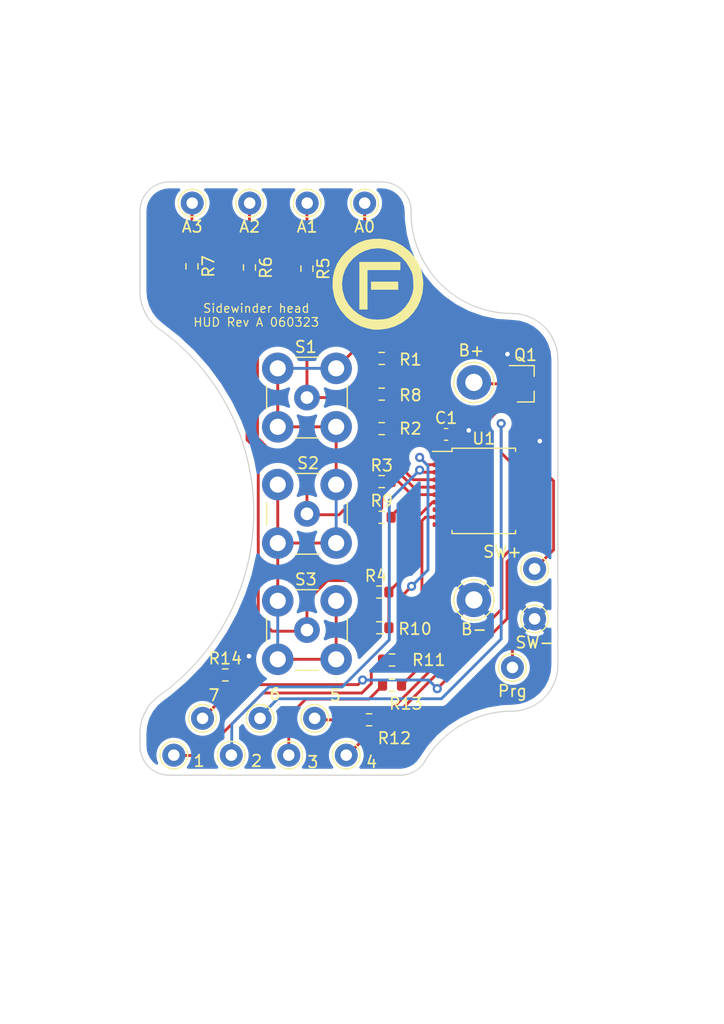
<source format=kicad_pcb>
(kicad_pcb (version 20171130) (host pcbnew "(5.1.10-1-10_14)")

  (general
    (thickness 1.6)
    (drawings 86)
    (tracks 171)
    (zones 0)
    (modules 37)
    (nets 32)
  )

  (page USLetter)
  (title_block
    (title "Sidewinder HUD v3.1 (ATTiny)")
    (date 2023-06-02)
    (rev A)
  )

  (layers
    (0 F.Cu signal)
    (31 B.Cu signal)
    (32 B.Adhes user)
    (33 F.Adhes user)
    (34 B.Paste user)
    (35 F.Paste user)
    (36 B.SilkS user)
    (37 F.SilkS user)
    (38 B.Mask user)
    (39 F.Mask user)
    (40 Dwgs.User user)
    (41 Cmts.User user hide)
    (42 Eco1.User user)
    (43 Eco2.User user)
    (44 Edge.Cuts user)
    (45 Margin user)
    (46 B.CrtYd user)
    (47 F.CrtYd user)
    (48 B.Fab user hide)
    (49 F.Fab user hide)
  )

  (setup
    (last_trace_width 0.25)
    (trace_clearance 0.2)
    (zone_clearance 0.508)
    (zone_45_only no)
    (trace_min 0.2)
    (via_size 0.8)
    (via_drill 0.4)
    (via_min_size 0.4)
    (via_min_drill 0.3)
    (uvia_size 0.3)
    (uvia_drill 0.1)
    (uvias_allowed no)
    (uvia_min_size 0.2)
    (uvia_min_drill 0.1)
    (edge_width 0.1)
    (segment_width 0.2)
    (pcb_text_width 0.3)
    (pcb_text_size 1.5 1.5)
    (mod_edge_width 0.15)
    (mod_text_size 1 1)
    (mod_text_width 0.15)
    (pad_size 1.524 1.524)
    (pad_drill 0.762)
    (pad_to_mask_clearance 0)
    (aux_axis_origin 0 0)
    (grid_origin 86.28 120.13)
    (visible_elements FFFFFF7F)
    (pcbplotparams
      (layerselection 0x010f0_ffffffff)
      (usegerberextensions true)
      (usegerberattributes false)
      (usegerberadvancedattributes false)
      (creategerberjobfile false)
      (excludeedgelayer true)
      (linewidth 0.100000)
      (plotframeref false)
      (viasonmask false)
      (mode 1)
      (useauxorigin false)
      (hpglpennumber 1)
      (hpglpenspeed 20)
      (hpglpendiameter 15.000000)
      (psnegative false)
      (psa4output false)
      (plotreference true)
      (plotvalue true)
      (plotinvisibletext false)
      (padsonsilk false)
      (subtractmaskfromsilk false)
      (outputformat 1)
      (mirror false)
      (drillshape 0)
      (scaleselection 1)
      (outputdirectory "/Users/andrewpitkin/Library/Mobile Documents/com~apple~CloudDocs/Documents/SeeedStudio/Sidewinder HUD v1_0/"))
  )

  (net 0 "")
  (net 1 GND)
  (net 2 "Net-(C1-Pad1)")
  (net 3 /S0)
  (net 4 /S1)
  (net 5 /S2)
  (net 6 /S3)
  (net 7 "Net-(J4-Pad1)")
  (net 8 "Net-(J6-Pad1)")
  (net 9 "Net-(J7-Pad1)")
  (net 10 "Net-(J8-Pad1)")
  (net 11 "Net-(J10-Pad1)")
  (net 12 "Net-(J11-Pad1)")
  (net 13 "Net-(J12-Pad1)")
  (net 14 "Net-(J13-Pad1)")
  (net 15 "Net-(J14-Pad1)")
  (net 16 "Net-(J16-Pad1)")
  (net 17 "Net-(J17-Pad1)")
  (net 18 "Net-(J18-Pad1)")
  (net 19 "Net-(J19-Pad1)")
  (net 20 "Net-(R1-Pad1)")
  (net 21 "Net-(R2-Pad1)")
  (net 22 "Net-(R3-Pad1)")
  (net 23 "Net-(R10-Pad2)")
  (net 24 "Net-(R11-Pad2)")
  (net 25 "Net-(R12-Pad2)")
  (net 26 "Net-(R13-Pad2)")
  (net 27 "Net-(U1-Pad8)")
  (net 28 "Net-(U1-Pad12)")
  (net 29 "Net-(U1-Pad13)")
  (net 30 "Net-(U1-Pad14)")
  (net 31 "Net-(U1-Pad17)")

  (net_class Default "This is the default net class."
    (clearance 0.2)
    (trace_width 0.25)
    (via_dia 0.8)
    (via_drill 0.4)
    (uvia_dia 0.3)
    (uvia_drill 0.1)
    (add_net /S0)
    (add_net /S1)
    (add_net /S2)
    (add_net /S3)
    (add_net GND)
    (add_net "Net-(C1-Pad1)")
    (add_net "Net-(J10-Pad1)")
    (add_net "Net-(J11-Pad1)")
    (add_net "Net-(J12-Pad1)")
    (add_net "Net-(J13-Pad1)")
    (add_net "Net-(J14-Pad1)")
    (add_net "Net-(J16-Pad1)")
    (add_net "Net-(J17-Pad1)")
    (add_net "Net-(J18-Pad1)")
    (add_net "Net-(J19-Pad1)")
    (add_net "Net-(J4-Pad1)")
    (add_net "Net-(J6-Pad1)")
    (add_net "Net-(J7-Pad1)")
    (add_net "Net-(J8-Pad1)")
    (add_net "Net-(R1-Pad1)")
    (add_net "Net-(R10-Pad2)")
    (add_net "Net-(R11-Pad2)")
    (add_net "Net-(R12-Pad2)")
    (add_net "Net-(R13-Pad2)")
    (add_net "Net-(R2-Pad1)")
    (add_net "Net-(R3-Pad1)")
    (add_net "Net-(U1-Pad12)")
    (add_net "Net-(U1-Pad13)")
    (add_net "Net-(U1-Pad14)")
    (add_net "Net-(U1-Pad17)")
    (add_net "Net-(U1-Pad8)")
  )

  (module TestPoint:TestPoint_THTPad_D3.0mm_Drill1.5mm locked (layer F.Cu) (tedit 5A0F774F) (tstamp 647A8F7D)
    (at 109.1 127.61)
    (descr "THT pad as test Point, diameter 3.0mm, hole diameter 1.5mm")
    (tags "test point THT pad")
    (path /62EDA949)
    (attr virtual)
    (fp_text reference J5 (at 0 -2.398) (layer F.SilkS) hide
      (effects (font (size 1 1) (thickness 0.15)))
    )
    (fp_text value B- (at 0 2.55) (layer F.SilkS)
      (effects (font (size 1 1) (thickness 0.15)))
    )
    (fp_circle (center 0 0) (end 0 1.75) (layer F.SilkS) (width 0.12))
    (fp_circle (center 0 0) (end 2 0) (layer F.CrtYd) (width 0.05))
    (fp_text user %R (at 0 -2.4) (layer F.Fab)
      (effects (font (size 1 1) (thickness 0.15)))
    )
    (pad 1 thru_hole circle (at 0 0) (size 3 3) (drill 1.5) (layers *.Cu *.Mask)
      (net 1 GND))
  )

  (module TestPoint:TestPoint_THTPad_D3.0mm_Drill1.5mm locked (layer F.Cu) (tedit 5A0F774F) (tstamp 647B3DF7)
    (at 109.1 108.71)
    (descr "THT pad as test Point, diameter 3.0mm, hole diameter 1.5mm")
    (tags "test point THT pad")
    (path /62ED9F78)
    (attr virtual)
    (fp_text reference J4 (at 0 -2.398) (layer F.SilkS) hide
      (effects (font (size 1 1) (thickness 0.15)))
    )
    (fp_text value B+ (at -0.22 -2.78) (layer F.SilkS)
      (effects (font (size 1 1) (thickness 0.15)))
    )
    (fp_circle (center 0 0) (end 0 1.75) (layer F.SilkS) (width 0.12))
    (fp_circle (center 0 0) (end 2 0) (layer F.CrtYd) (width 0.05))
    (fp_text user %R (at 0 -2.4) (layer F.Fab)
      (effects (font (size 1 1) (thickness 0.15)))
    )
    (pad 1 thru_hole circle (at 0 0) (size 3 3) (drill 1.5) (layers *.Cu *.Mask)
      (net 7 "Net-(J4-Pad1)"))
  )

  (module ADP_CustomFootprints:SSOP-20_5.3x7.2mm_P0.65mm_edited (layer F.Cu) (tedit 62E71691) (tstamp 647A911B)
    (at 109.96 118.14)
    (descr "SSOP, 20 Pin (http://ww1.microchip.com/downloads/en/DeviceDoc/40001800C.pdf), generated with kicad-footprint-generator ipc_gullwing_generator.py")
    (tags "SSOP SO")
    (path /62E70893)
    (attr smd)
    (fp_text reference U1 (at 0 -4.55) (layer F.SilkS)
      (effects (font (size 1 1) (thickness 0.15)))
    )
    (fp_text value ATTiny3226-X (at 0 4.55) (layer F.Fab)
      (effects (font (size 1 1) (thickness 0.15)))
    )
    (fp_line (start 0 3.71) (end 2.76 3.71) (layer F.SilkS) (width 0.12))
    (fp_line (start 2.76 3.71) (end 2.76 3.435) (layer F.SilkS) (width 0.12))
    (fp_line (start 0 3.71) (end -2.76 3.71) (layer F.SilkS) (width 0.12))
    (fp_line (start -2.76 3.71) (end -2.76 3.435) (layer F.SilkS) (width 0.12))
    (fp_line (start 0 -3.71) (end 2.76 -3.71) (layer F.SilkS) (width 0.12))
    (fp_line (start 2.76 -3.71) (end 2.76 -3.435) (layer F.SilkS) (width 0.12))
    (fp_line (start 0 -3.71) (end -2.76 -3.71) (layer F.SilkS) (width 0.12))
    (fp_line (start -2.76 -3.71) (end -2.76 -3.435) (layer F.SilkS) (width 0.12))
    (fp_line (start -2.76 -3.435) (end -4.45 -3.435) (layer F.SilkS) (width 0.12))
    (fp_line (start -1.65 -3.6) (end 2.65 -3.6) (layer F.Fab) (width 0.1))
    (fp_line (start 2.65 -3.6) (end 2.65 3.6) (layer F.Fab) (width 0.1))
    (fp_line (start 2.65 3.6) (end -2.65 3.6) (layer F.Fab) (width 0.1))
    (fp_line (start -2.65 3.6) (end -2.65 -2.6) (layer F.Fab) (width 0.1))
    (fp_line (start -2.65 -2.6) (end -1.65 -3.6) (layer F.Fab) (width 0.1))
    (fp_line (start -4.7 -3.85) (end -4.7 3.85) (layer F.CrtYd) (width 0.05))
    (fp_line (start -4.7 3.85) (end 4.7 3.85) (layer F.CrtYd) (width 0.05))
    (fp_line (start 4.7 3.85) (end 4.7 -3.85) (layer F.CrtYd) (width 0.05))
    (fp_line (start 4.7 -3.85) (end -4.7 -3.85) (layer F.CrtYd) (width 0.05))
    (fp_text user %R (at 0 0) (layer F.Fab)
      (effects (font (size 1 1) (thickness 0.15)))
    )
    (pad 1 smd roundrect (at -3.5 -2.925) (size 1.9 0.4) (layers F.Cu F.Paste F.Mask) (roundrect_rratio 0.25)
      (net 2 "Net-(C1-Pad1)"))
    (pad 2 smd roundrect (at -3.5 -2.275) (size 1.9 0.4) (layers F.Cu F.Paste F.Mask) (roundrect_rratio 0.25)
      (net 24 "Net-(R11-Pad2)"))
    (pad 3 smd roundrect (at -3.5 -1.625) (size 1.9 0.4) (layers F.Cu F.Paste F.Mask) (roundrect_rratio 0.25)
      (net 12 "Net-(J11-Pad1)"))
    (pad 4 smd roundrect (at -3.5 -0.975) (size 1.9 0.4) (layers F.Cu F.Paste F.Mask) (roundrect_rratio 0.25)
      (net 20 "Net-(R1-Pad1)"))
    (pad 5 smd roundrect (at -3.5 -0.325) (size 1.9 0.4) (layers F.Cu F.Paste F.Mask) (roundrect_rratio 0.25)
      (net 21 "Net-(R2-Pad1)"))
    (pad 6 smd roundrect (at -3.5 0.325) (size 1.9 0.4) (layers F.Cu F.Paste F.Mask) (roundrect_rratio 0.25)
      (net 22 "Net-(R3-Pad1)"))
    (pad 7 smd roundrect (at -3.5 0.975) (size 1.9 0.4) (layers F.Cu F.Paste F.Mask) (roundrect_rratio 0.25)
      (net 23 "Net-(R10-Pad2)"))
    (pad 8 smd roundrect (at -3.5 1.625) (size 1.9 0.4) (layers F.Cu F.Paste F.Mask) (roundrect_rratio 0.25)
      (net 27 "Net-(U1-Pad8)"))
    (pad 9 smd roundrect (at -3.5 2.275) (size 1.9 0.4) (layers F.Cu F.Paste F.Mask) (roundrect_rratio 0.25)
      (net 26 "Net-(R13-Pad2)"))
    (pad 10 smd roundrect (at -3.5 2.925) (size 1.9 0.4) (layers F.Cu F.Paste F.Mask) (roundrect_rratio 0.25)
      (net 18 "Net-(J18-Pad1)"))
    (pad 11 smd roundrect (at 3.5 2.925) (size 1.9 0.4) (layers F.Cu F.Paste F.Mask) (roundrect_rratio 0.25)
      (net 25 "Net-(R12-Pad2)"))
    (pad 12 smd roundrect (at 3.5 2.275) (size 1.9 0.4) (layers F.Cu F.Paste F.Mask) (roundrect_rratio 0.25)
      (net 28 "Net-(U1-Pad12)"))
    (pad 13 smd roundrect (at 3.5 1.625) (size 1.9 0.4) (layers F.Cu F.Paste F.Mask) (roundrect_rratio 0.25)
      (net 29 "Net-(U1-Pad13)"))
    (pad 14 smd roundrect (at 3.5 0.975) (size 1.9 0.4) (layers F.Cu F.Paste F.Mask) (roundrect_rratio 0.25)
      (net 30 "Net-(U1-Pad14)"))
    (pad 15 smd roundrect (at 3.5 0.325) (size 1.9 0.4) (layers F.Cu F.Paste F.Mask) (roundrect_rratio 0.25)
      (net 16 "Net-(J16-Pad1)"))
    (pad 16 smd roundrect (at 3.5 -0.325) (size 1.9 0.4) (layers F.Cu F.Paste F.Mask) (roundrect_rratio 0.25)
      (net 11 "Net-(J10-Pad1)"))
    (pad 17 smd roundrect (at 3.5 -0.975) (size 1.9 0.4) (layers F.Cu F.Paste F.Mask) (roundrect_rratio 0.25)
      (net 31 "Net-(U1-Pad17)"))
    (pad 18 smd roundrect (at 3.5 -1.625) (size 1.9 0.4) (layers F.Cu F.Paste F.Mask) (roundrect_rratio 0.25)
      (net 15 "Net-(J14-Pad1)"))
    (pad 19 smd roundrect (at 3.5 -2.275) (size 1.9 0.4) (layers F.Cu F.Paste F.Mask) (roundrect_rratio 0.25)
      (net 14 "Net-(J13-Pad1)"))
    (pad 20 smd roundrect (at 3.5 -2.925) (size 1.9 0.4) (layers F.Cu F.Paste F.Mask) (roundrect_rratio 0.25)
      (net 1 GND))
    (model ${KISYS3DMOD}/Package_SO.3dshapes/SSOP-20_5.3x7.2mm_P0.65mm.wrl
      (at (xyz 0 0 0))
      (scale (xyz 1 1 1))
      (rotate (xyz 0 0 0))
    )
  )

  (module Resistor_SMD:R_0603_1608Metric (layer F.Cu) (tedit 5F68FEEE) (tstamp 647A90F0)
    (at 87.48 134.13)
    (descr "Resistor SMD 0603 (1608 Metric), square (rectangular) end terminal, IPC_7351 nominal, (Body size source: IPC-SM-782 page 72, https://www.pcb-3d.com/wordpress/wp-content/uploads/ipc-sm-782a_amendment_1_and_2.pdf), generated with kicad-footprint-generator")
    (tags resistor)
    (path /62EB2ED0)
    (attr smd)
    (fp_text reference R14 (at 0 -1.43) (layer F.SilkS)
      (effects (font (size 1 1) (thickness 0.15)))
    )
    (fp_text value 10k (at 0 1.43) (layer F.Fab)
      (effects (font (size 1 1) (thickness 0.15)))
    )
    (fp_line (start -0.8 0.4125) (end -0.8 -0.4125) (layer F.Fab) (width 0.1))
    (fp_line (start -0.8 -0.4125) (end 0.8 -0.4125) (layer F.Fab) (width 0.1))
    (fp_line (start 0.8 -0.4125) (end 0.8 0.4125) (layer F.Fab) (width 0.1))
    (fp_line (start 0.8 0.4125) (end -0.8 0.4125) (layer F.Fab) (width 0.1))
    (fp_line (start -0.237258 -0.5225) (end 0.237258 -0.5225) (layer F.SilkS) (width 0.12))
    (fp_line (start -0.237258 0.5225) (end 0.237258 0.5225) (layer F.SilkS) (width 0.12))
    (fp_line (start -1.48 0.73) (end -1.48 -0.73) (layer F.CrtYd) (width 0.05))
    (fp_line (start -1.48 -0.73) (end 1.48 -0.73) (layer F.CrtYd) (width 0.05))
    (fp_line (start 1.48 -0.73) (end 1.48 0.73) (layer F.CrtYd) (width 0.05))
    (fp_line (start 1.48 0.73) (end -1.48 0.73) (layer F.CrtYd) (width 0.05))
    (fp_text user %R (at 0 0) (layer F.Fab)
      (effects (font (size 0.4 0.4) (thickness 0.06)))
    )
    (pad 2 smd roundrect (at 0.825 0) (size 0.8 0.95) (layers F.Cu F.Paste F.Mask) (roundrect_rratio 0.25)
      (net 1 GND))
    (pad 1 smd roundrect (at -0.825 0) (size 0.8 0.95) (layers F.Cu F.Paste F.Mask) (roundrect_rratio 0.25)
      (net 16 "Net-(J16-Pad1)"))
    (model ${KISYS3DMOD}/Resistor_SMD.3dshapes/R_0603_1608Metric.wrl
      (at (xyz 0 0 0))
      (scale (xyz 1 1 1))
      (rotate (xyz 0 0 0))
    )
  )

  (module Resistor_SMD:R_0603_1608Metric (layer F.Cu) (tedit 5F68FEEE) (tstamp 647A90DF)
    (at 101.98 135.03)
    (descr "Resistor SMD 0603 (1608 Metric), square (rectangular) end terminal, IPC_7351 nominal, (Body size source: IPC-SM-782 page 72, https://www.pcb-3d.com/wordpress/wp-content/uploads/ipc-sm-782a_amendment_1_and_2.pdf), generated with kicad-footprint-generator")
    (tags resistor)
    (path /62EA7D25)
    (attr smd)
    (fp_text reference R13 (at 1.2 1.6) (layer F.SilkS)
      (effects (font (size 1 1) (thickness 0.15)))
    )
    (fp_text value 680 (at 0 1.43) (layer F.Fab)
      (effects (font (size 1 1) (thickness 0.15)))
    )
    (fp_line (start -0.8 0.4125) (end -0.8 -0.4125) (layer F.Fab) (width 0.1))
    (fp_line (start -0.8 -0.4125) (end 0.8 -0.4125) (layer F.Fab) (width 0.1))
    (fp_line (start 0.8 -0.4125) (end 0.8 0.4125) (layer F.Fab) (width 0.1))
    (fp_line (start 0.8 0.4125) (end -0.8 0.4125) (layer F.Fab) (width 0.1))
    (fp_line (start -0.237258 -0.5225) (end 0.237258 -0.5225) (layer F.SilkS) (width 0.12))
    (fp_line (start -0.237258 0.5225) (end 0.237258 0.5225) (layer F.SilkS) (width 0.12))
    (fp_line (start -1.48 0.73) (end -1.48 -0.73) (layer F.CrtYd) (width 0.05))
    (fp_line (start -1.48 -0.73) (end 1.48 -0.73) (layer F.CrtYd) (width 0.05))
    (fp_line (start 1.48 -0.73) (end 1.48 0.73) (layer F.CrtYd) (width 0.05))
    (fp_line (start 1.48 0.73) (end -1.48 0.73) (layer F.CrtYd) (width 0.05))
    (fp_text user %R (at 0 0) (layer F.Fab)
      (effects (font (size 0.4 0.4) (thickness 0.06)))
    )
    (pad 2 smd roundrect (at 0.825 0) (size 0.8 0.95) (layers F.Cu F.Paste F.Mask) (roundrect_rratio 0.25)
      (net 26 "Net-(R13-Pad2)"))
    (pad 1 smd roundrect (at -0.825 0) (size 0.8 0.95) (layers F.Cu F.Paste F.Mask) (roundrect_rratio 0.25)
      (net 19 "Net-(J19-Pad1)"))
    (model ${KISYS3DMOD}/Resistor_SMD.3dshapes/R_0603_1608Metric.wrl
      (at (xyz 0 0 0))
      (scale (xyz 1 1 1))
      (rotate (xyz 0 0 0))
    )
  )

  (module Resistor_SMD:R_0603_1608Metric (layer F.Cu) (tedit 5F68FEEE) (tstamp 647A90CE)
    (at 99.98 138.03)
    (descr "Resistor SMD 0603 (1608 Metric), square (rectangular) end terminal, IPC_7351 nominal, (Body size source: IPC-SM-782 page 72, https://www.pcb-3d.com/wordpress/wp-content/uploads/ipc-sm-782a_amendment_1_and_2.pdf), generated with kicad-footprint-generator")
    (tags resistor)
    (path /62E92623)
    (attr smd)
    (fp_text reference R12 (at 2.2 1.6) (layer F.SilkS)
      (effects (font (size 1 1) (thickness 0.15)))
    )
    (fp_text value 680 (at 0 1.43) (layer F.Fab)
      (effects (font (size 1 1) (thickness 0.15)))
    )
    (fp_line (start -0.8 0.4125) (end -0.8 -0.4125) (layer F.Fab) (width 0.1))
    (fp_line (start -0.8 -0.4125) (end 0.8 -0.4125) (layer F.Fab) (width 0.1))
    (fp_line (start 0.8 -0.4125) (end 0.8 0.4125) (layer F.Fab) (width 0.1))
    (fp_line (start 0.8 0.4125) (end -0.8 0.4125) (layer F.Fab) (width 0.1))
    (fp_line (start -0.237258 -0.5225) (end 0.237258 -0.5225) (layer F.SilkS) (width 0.12))
    (fp_line (start -0.237258 0.5225) (end 0.237258 0.5225) (layer F.SilkS) (width 0.12))
    (fp_line (start -1.48 0.73) (end -1.48 -0.73) (layer F.CrtYd) (width 0.05))
    (fp_line (start -1.48 -0.73) (end 1.48 -0.73) (layer F.CrtYd) (width 0.05))
    (fp_line (start 1.48 -0.73) (end 1.48 0.73) (layer F.CrtYd) (width 0.05))
    (fp_line (start 1.48 0.73) (end -1.48 0.73) (layer F.CrtYd) (width 0.05))
    (fp_text user %R (at 0 0) (layer F.Fab)
      (effects (font (size 0.4 0.4) (thickness 0.06)))
    )
    (pad 2 smd roundrect (at 0.825 0) (size 0.8 0.95) (layers F.Cu F.Paste F.Mask) (roundrect_rratio 0.25)
      (net 25 "Net-(R12-Pad2)"))
    (pad 1 smd roundrect (at -0.825 0) (size 0.8 0.95) (layers F.Cu F.Paste F.Mask) (roundrect_rratio 0.25)
      (net 17 "Net-(J17-Pad1)"))
    (model ${KISYS3DMOD}/Resistor_SMD.3dshapes/R_0603_1608Metric.wrl
      (at (xyz 0 0 0))
      (scale (xyz 1 1 1))
      (rotate (xyz 0 0 0))
    )
  )

  (module Resistor_SMD:R_0603_1608Metric (layer F.Cu) (tedit 5F68FEEE) (tstamp 647AA892)
    (at 101.98 132.83)
    (descr "Resistor SMD 0603 (1608 Metric), square (rectangular) end terminal, IPC_7351 nominal, (Body size source: IPC-SM-782 page 72, https://www.pcb-3d.com/wordpress/wp-content/uploads/ipc-sm-782a_amendment_1_and_2.pdf), generated with kicad-footprint-generator")
    (tags resistor)
    (path /62EA5BF1)
    (attr smd)
    (fp_text reference R11 (at 3.2 0) (layer F.SilkS)
      (effects (font (size 1 1) (thickness 0.15)))
    )
    (fp_text value 680 (at 0 1.43) (layer F.Fab)
      (effects (font (size 1 1) (thickness 0.15)))
    )
    (fp_line (start -0.8 0.4125) (end -0.8 -0.4125) (layer F.Fab) (width 0.1))
    (fp_line (start -0.8 -0.4125) (end 0.8 -0.4125) (layer F.Fab) (width 0.1))
    (fp_line (start 0.8 -0.4125) (end 0.8 0.4125) (layer F.Fab) (width 0.1))
    (fp_line (start 0.8 0.4125) (end -0.8 0.4125) (layer F.Fab) (width 0.1))
    (fp_line (start -0.237258 -0.5225) (end 0.237258 -0.5225) (layer F.SilkS) (width 0.12))
    (fp_line (start -0.237258 0.5225) (end 0.237258 0.5225) (layer F.SilkS) (width 0.12))
    (fp_line (start -1.48 0.73) (end -1.48 -0.73) (layer F.CrtYd) (width 0.05))
    (fp_line (start -1.48 -0.73) (end 1.48 -0.73) (layer F.CrtYd) (width 0.05))
    (fp_line (start 1.48 -0.73) (end 1.48 0.73) (layer F.CrtYd) (width 0.05))
    (fp_line (start 1.48 0.73) (end -1.48 0.73) (layer F.CrtYd) (width 0.05))
    (fp_text user %R (at 0 0) (layer F.Fab)
      (effects (font (size 0.4 0.4) (thickness 0.06)))
    )
    (pad 2 smd roundrect (at 0.825 0) (size 0.8 0.95) (layers F.Cu F.Paste F.Mask) (roundrect_rratio 0.25)
      (net 24 "Net-(R11-Pad2)"))
    (pad 1 smd roundrect (at -0.825 0) (size 0.8 0.95) (layers F.Cu F.Paste F.Mask) (roundrect_rratio 0.25)
      (net 13 "Net-(J12-Pad1)"))
    (model ${KISYS3DMOD}/Resistor_SMD.3dshapes/R_0603_1608Metric.wrl
      (at (xyz 0 0 0))
      (scale (xyz 1 1 1))
      (rotate (xyz 0 0 0))
    )
  )

  (module Resistor_SMD:R_0603_1608Metric (layer F.Cu) (tedit 5F68FEEE) (tstamp 647A90AC)
    (at 100.88 130.03)
    (descr "Resistor SMD 0603 (1608 Metric), square (rectangular) end terminal, IPC_7351 nominal, (Body size source: IPC-SM-782 page 72, https://www.pcb-3d.com/wordpress/wp-content/uploads/ipc-sm-782a_amendment_1_and_2.pdf), generated with kicad-footprint-generator")
    (tags resistor)
    (path /62E73F1D)
    (attr smd)
    (fp_text reference R10 (at 3.1 0.1) (layer F.SilkS)
      (effects (font (size 1 1) (thickness 0.15)))
    )
    (fp_text value "100k 1%" (at 0 1.43) (layer F.Fab)
      (effects (font (size 1 1) (thickness 0.15)))
    )
    (fp_line (start -0.8 0.4125) (end -0.8 -0.4125) (layer F.Fab) (width 0.1))
    (fp_line (start -0.8 -0.4125) (end 0.8 -0.4125) (layer F.Fab) (width 0.1))
    (fp_line (start 0.8 -0.4125) (end 0.8 0.4125) (layer F.Fab) (width 0.1))
    (fp_line (start 0.8 0.4125) (end -0.8 0.4125) (layer F.Fab) (width 0.1))
    (fp_line (start -0.237258 -0.5225) (end 0.237258 -0.5225) (layer F.SilkS) (width 0.12))
    (fp_line (start -0.237258 0.5225) (end 0.237258 0.5225) (layer F.SilkS) (width 0.12))
    (fp_line (start -1.48 0.73) (end -1.48 -0.73) (layer F.CrtYd) (width 0.05))
    (fp_line (start -1.48 -0.73) (end 1.48 -0.73) (layer F.CrtYd) (width 0.05))
    (fp_line (start 1.48 -0.73) (end 1.48 0.73) (layer F.CrtYd) (width 0.05))
    (fp_line (start 1.48 0.73) (end -1.48 0.73) (layer F.CrtYd) (width 0.05))
    (fp_text user %R (at 0 0) (layer F.Fab)
      (effects (font (size 0.4 0.4) (thickness 0.06)))
    )
    (pad 2 smd roundrect (at 0.825 0) (size 0.8 0.95) (layers F.Cu F.Paste F.Mask) (roundrect_rratio 0.25)
      (net 23 "Net-(R10-Pad2)"))
    (pad 1 smd roundrect (at -0.825 0) (size 0.8 0.95) (layers F.Cu F.Paste F.Mask) (roundrect_rratio 0.25)
      (net 20 "Net-(R1-Pad1)"))
    (model ${KISYS3DMOD}/Resistor_SMD.3dshapes/R_0603_1608Metric.wrl
      (at (xyz 0 0 0))
      (scale (xyz 1 1 1))
      (rotate (xyz 0 0 0))
    )
  )

  (module Resistor_SMD:R_0603_1608Metric (layer F.Cu) (tedit 5F68FEEE) (tstamp 647A909B)
    (at 101.08 120.43)
    (descr "Resistor SMD 0603 (1608 Metric), square (rectangular) end terminal, IPC_7351 nominal, (Body size source: IPC-SM-782 page 72, https://www.pcb-3d.com/wordpress/wp-content/uploads/ipc-sm-782a_amendment_1_and_2.pdf), generated with kicad-footprint-generator")
    (tags resistor)
    (path /62E71D7C)
    (attr smd)
    (fp_text reference R9 (at 0 -1.43) (layer F.SilkS)
      (effects (font (size 1 1) (thickness 0.15)))
    )
    (fp_text value "100k 1%" (at 0 1.43) (layer F.Fab)
      (effects (font (size 1 1) (thickness 0.15)))
    )
    (fp_line (start -0.8 0.4125) (end -0.8 -0.4125) (layer F.Fab) (width 0.1))
    (fp_line (start -0.8 -0.4125) (end 0.8 -0.4125) (layer F.Fab) (width 0.1))
    (fp_line (start 0.8 -0.4125) (end 0.8 0.4125) (layer F.Fab) (width 0.1))
    (fp_line (start 0.8 0.4125) (end -0.8 0.4125) (layer F.Fab) (width 0.1))
    (fp_line (start -0.237258 -0.5225) (end 0.237258 -0.5225) (layer F.SilkS) (width 0.12))
    (fp_line (start -0.237258 0.5225) (end 0.237258 0.5225) (layer F.SilkS) (width 0.12))
    (fp_line (start -1.48 0.73) (end -1.48 -0.73) (layer F.CrtYd) (width 0.05))
    (fp_line (start -1.48 -0.73) (end 1.48 -0.73) (layer F.CrtYd) (width 0.05))
    (fp_line (start 1.48 -0.73) (end 1.48 0.73) (layer F.CrtYd) (width 0.05))
    (fp_line (start 1.48 0.73) (end -1.48 0.73) (layer F.CrtYd) (width 0.05))
    (fp_text user %R (at 0 0) (layer F.Fab)
      (effects (font (size 0.4 0.4) (thickness 0.06)))
    )
    (pad 2 smd roundrect (at 0.825 0) (size 0.8 0.95) (layers F.Cu F.Paste F.Mask) (roundrect_rratio 0.25)
      (net 22 "Net-(R3-Pad1)"))
    (pad 1 smd roundrect (at -0.825 0) (size 0.8 0.95) (layers F.Cu F.Paste F.Mask) (roundrect_rratio 0.25)
      (net 20 "Net-(R1-Pad1)"))
    (model ${KISYS3DMOD}/Resistor_SMD.3dshapes/R_0603_1608Metric.wrl
      (at (xyz 0 0 0))
      (scale (xyz 1 1 1))
      (rotate (xyz 0 0 0))
    )
  )

  (module Resistor_SMD:R_0603_1608Metric (layer F.Cu) (tedit 5F68FEEE) (tstamp 647B2740)
    (at 101.08 109.73 180)
    (descr "Resistor SMD 0603 (1608 Metric), square (rectangular) end terminal, IPC_7351 nominal, (Body size source: IPC-SM-782 page 72, https://www.pcb-3d.com/wordpress/wp-content/uploads/ipc-sm-782a_amendment_1_and_2.pdf), generated with kicad-footprint-generator")
    (tags resistor)
    (path /62E738AA)
    (attr smd)
    (fp_text reference R8 (at -2.5 -0.1) (layer F.SilkS)
      (effects (font (size 1 1) (thickness 0.15)))
    )
    (fp_text value "100k 1%" (at 0 1.43) (layer F.Fab)
      (effects (font (size 1 1) (thickness 0.15)))
    )
    (fp_line (start -0.8 0.4125) (end -0.8 -0.4125) (layer F.Fab) (width 0.1))
    (fp_line (start -0.8 -0.4125) (end 0.8 -0.4125) (layer F.Fab) (width 0.1))
    (fp_line (start 0.8 -0.4125) (end 0.8 0.4125) (layer F.Fab) (width 0.1))
    (fp_line (start 0.8 0.4125) (end -0.8 0.4125) (layer F.Fab) (width 0.1))
    (fp_line (start -0.237258 -0.5225) (end 0.237258 -0.5225) (layer F.SilkS) (width 0.12))
    (fp_line (start -0.237258 0.5225) (end 0.237258 0.5225) (layer F.SilkS) (width 0.12))
    (fp_line (start -1.48 0.73) (end -1.48 -0.73) (layer F.CrtYd) (width 0.05))
    (fp_line (start -1.48 -0.73) (end 1.48 -0.73) (layer F.CrtYd) (width 0.05))
    (fp_line (start 1.48 -0.73) (end 1.48 0.73) (layer F.CrtYd) (width 0.05))
    (fp_line (start 1.48 0.73) (end -1.48 0.73) (layer F.CrtYd) (width 0.05))
    (fp_text user %R (at 0 0) (layer F.Fab)
      (effects (font (size 0.4 0.4) (thickness 0.06)))
    )
    (pad 2 smd roundrect (at 0.825 0 180) (size 0.8 0.95) (layers F.Cu F.Paste F.Mask) (roundrect_rratio 0.25)
      (net 21 "Net-(R2-Pad1)"))
    (pad 1 smd roundrect (at -0.825 0 180) (size 0.8 0.95) (layers F.Cu F.Paste F.Mask) (roundrect_rratio 0.25)
      (net 20 "Net-(R1-Pad1)"))
    (model ${KISYS3DMOD}/Resistor_SMD.3dshapes/R_0603_1608Metric.wrl
      (at (xyz 0 0 0))
      (scale (xyz 1 1 1))
      (rotate (xyz 0 0 0))
    )
  )

  (module Resistor_SMD:R_0603_1608Metric (layer F.Cu) (tedit 5F68FEEE) (tstamp 647A9079)
    (at 84.58 98.63 270)
    (descr "Resistor SMD 0603 (1608 Metric), square (rectangular) end terminal, IPC_7351 nominal, (Body size source: IPC-SM-782 page 72, https://www.pcb-3d.com/wordpress/wp-content/uploads/ipc-sm-782a_amendment_1_and_2.pdf), generated with kicad-footprint-generator")
    (tags resistor)
    (path /631BF5F3)
    (attr smd)
    (fp_text reference R7 (at 0 -1.43 90) (layer F.SilkS)
      (effects (font (size 1 1) (thickness 0.15)))
    )
    (fp_text value "10k 1%" (at 0 1.43 90) (layer F.Fab)
      (effects (font (size 1 1) (thickness 0.15)))
    )
    (fp_line (start -0.8 0.4125) (end -0.8 -0.4125) (layer F.Fab) (width 0.1))
    (fp_line (start -0.8 -0.4125) (end 0.8 -0.4125) (layer F.Fab) (width 0.1))
    (fp_line (start 0.8 -0.4125) (end 0.8 0.4125) (layer F.Fab) (width 0.1))
    (fp_line (start 0.8 0.4125) (end -0.8 0.4125) (layer F.Fab) (width 0.1))
    (fp_line (start -0.237258 -0.5225) (end 0.237258 -0.5225) (layer F.SilkS) (width 0.12))
    (fp_line (start -0.237258 0.5225) (end 0.237258 0.5225) (layer F.SilkS) (width 0.12))
    (fp_line (start -1.48 0.73) (end -1.48 -0.73) (layer F.CrtYd) (width 0.05))
    (fp_line (start -1.48 -0.73) (end 1.48 -0.73) (layer F.CrtYd) (width 0.05))
    (fp_line (start 1.48 -0.73) (end 1.48 0.73) (layer F.CrtYd) (width 0.05))
    (fp_line (start 1.48 0.73) (end -1.48 0.73) (layer F.CrtYd) (width 0.05))
    (fp_text user %R (at 0 0 90) (layer F.Fab)
      (effects (font (size 0.4 0.4) (thickness 0.06)))
    )
    (pad 2 smd roundrect (at 0.825 0 270) (size 0.8 0.95) (layers F.Cu F.Paste F.Mask) (roundrect_rratio 0.25)
      (net 6 /S3))
    (pad 1 smd roundrect (at -0.825 0 270) (size 0.8 0.95) (layers F.Cu F.Paste F.Mask) (roundrect_rratio 0.25)
      (net 10 "Net-(J8-Pad1)"))
    (model ${KISYS3DMOD}/Resistor_SMD.3dshapes/R_0603_1608Metric.wrl
      (at (xyz 0 0 0))
      (scale (xyz 1 1 1))
      (rotate (xyz 0 0 0))
    )
  )

  (module Resistor_SMD:R_0603_1608Metric (layer F.Cu) (tedit 5F68FEEE) (tstamp 647A9068)
    (at 89.58 98.73 270)
    (descr "Resistor SMD 0603 (1608 Metric), square (rectangular) end terminal, IPC_7351 nominal, (Body size source: IPC-SM-782 page 72, https://www.pcb-3d.com/wordpress/wp-content/uploads/ipc-sm-782a_amendment_1_and_2.pdf), generated with kicad-footprint-generator")
    (tags resistor)
    (path /631A8029)
    (attr smd)
    (fp_text reference R6 (at 0 -1.43 90) (layer F.SilkS)
      (effects (font (size 1 1) (thickness 0.15)))
    )
    (fp_text value "10k 1%" (at 0 1.43 90) (layer F.Fab)
      (effects (font (size 1 1) (thickness 0.15)))
    )
    (fp_line (start -0.8 0.4125) (end -0.8 -0.4125) (layer F.Fab) (width 0.1))
    (fp_line (start -0.8 -0.4125) (end 0.8 -0.4125) (layer F.Fab) (width 0.1))
    (fp_line (start 0.8 -0.4125) (end 0.8 0.4125) (layer F.Fab) (width 0.1))
    (fp_line (start 0.8 0.4125) (end -0.8 0.4125) (layer F.Fab) (width 0.1))
    (fp_line (start -0.237258 -0.5225) (end 0.237258 -0.5225) (layer F.SilkS) (width 0.12))
    (fp_line (start -0.237258 0.5225) (end 0.237258 0.5225) (layer F.SilkS) (width 0.12))
    (fp_line (start -1.48 0.73) (end -1.48 -0.73) (layer F.CrtYd) (width 0.05))
    (fp_line (start -1.48 -0.73) (end 1.48 -0.73) (layer F.CrtYd) (width 0.05))
    (fp_line (start 1.48 -0.73) (end 1.48 0.73) (layer F.CrtYd) (width 0.05))
    (fp_line (start 1.48 0.73) (end -1.48 0.73) (layer F.CrtYd) (width 0.05))
    (fp_text user %R (at 0 0 90) (layer F.Fab)
      (effects (font (size 0.4 0.4) (thickness 0.06)))
    )
    (pad 2 smd roundrect (at 0.825 0 270) (size 0.8 0.95) (layers F.Cu F.Paste F.Mask) (roundrect_rratio 0.25)
      (net 5 /S2))
    (pad 1 smd roundrect (at -0.825 0 270) (size 0.8 0.95) (layers F.Cu F.Paste F.Mask) (roundrect_rratio 0.25)
      (net 9 "Net-(J7-Pad1)"))
    (model ${KISYS3DMOD}/Resistor_SMD.3dshapes/R_0603_1608Metric.wrl
      (at (xyz 0 0 0))
      (scale (xyz 1 1 1))
      (rotate (xyz 0 0 0))
    )
  )

  (module Resistor_SMD:R_0603_1608Metric (layer F.Cu) (tedit 5F68FEEE) (tstamp 647A9057)
    (at 94.58 98.83 270)
    (descr "Resistor SMD 0603 (1608 Metric), square (rectangular) end terminal, IPC_7351 nominal, (Body size source: IPC-SM-782 page 72, https://www.pcb-3d.com/wordpress/wp-content/uploads/ipc-sm-782a_amendment_1_and_2.pdf), generated with kicad-footprint-generator")
    (tags resistor)
    (path /631A7A44)
    (attr smd)
    (fp_text reference R5 (at 0 -1.43 90) (layer F.SilkS)
      (effects (font (size 1 1) (thickness 0.15)))
    )
    (fp_text value "10k 1%" (at 0 1.43 90) (layer F.Fab)
      (effects (font (size 1 1) (thickness 0.15)))
    )
    (fp_line (start -0.8 0.4125) (end -0.8 -0.4125) (layer F.Fab) (width 0.1))
    (fp_line (start -0.8 -0.4125) (end 0.8 -0.4125) (layer F.Fab) (width 0.1))
    (fp_line (start 0.8 -0.4125) (end 0.8 0.4125) (layer F.Fab) (width 0.1))
    (fp_line (start 0.8 0.4125) (end -0.8 0.4125) (layer F.Fab) (width 0.1))
    (fp_line (start -0.237258 -0.5225) (end 0.237258 -0.5225) (layer F.SilkS) (width 0.12))
    (fp_line (start -0.237258 0.5225) (end 0.237258 0.5225) (layer F.SilkS) (width 0.12))
    (fp_line (start -1.48 0.73) (end -1.48 -0.73) (layer F.CrtYd) (width 0.05))
    (fp_line (start -1.48 -0.73) (end 1.48 -0.73) (layer F.CrtYd) (width 0.05))
    (fp_line (start 1.48 -0.73) (end 1.48 0.73) (layer F.CrtYd) (width 0.05))
    (fp_line (start 1.48 0.73) (end -1.48 0.73) (layer F.CrtYd) (width 0.05))
    (fp_text user %R (at 0 0 90) (layer F.Fab)
      (effects (font (size 0.4 0.4) (thickness 0.06)))
    )
    (pad 2 smd roundrect (at 0.825 0 270) (size 0.8 0.95) (layers F.Cu F.Paste F.Mask) (roundrect_rratio 0.25)
      (net 4 /S1))
    (pad 1 smd roundrect (at -0.825 0 270) (size 0.8 0.95) (layers F.Cu F.Paste F.Mask) (roundrect_rratio 0.25)
      (net 8 "Net-(J6-Pad1)"))
    (model ${KISYS3DMOD}/Resistor_SMD.3dshapes/R_0603_1608Metric.wrl
      (at (xyz 0 0 0))
      (scale (xyz 1 1 1))
      (rotate (xyz 0 0 0))
    )
  )

  (module Resistor_SMD:R_0603_1608Metric (layer F.Cu) (tedit 5F68FEEE) (tstamp 647A9046)
    (at 100.88 126.93 180)
    (descr "Resistor SMD 0603 (1608 Metric), square (rectangular) end terminal, IPC_7351 nominal, (Body size source: IPC-SM-782 page 72, https://www.pcb-3d.com/wordpress/wp-content/uploads/ipc-sm-782a_amendment_1_and_2.pdf), generated with kicad-footprint-generator")
    (tags resistor)
    (path /62E77D88)
    (attr smd)
    (fp_text reference R4 (at 0.3 1.4) (layer F.SilkS)
      (effects (font (size 1 1) (thickness 0.15)))
    )
    (fp_text value "4.7k 1%" (at 0 1.43) (layer F.Fab)
      (effects (font (size 1 1) (thickness 0.15)))
    )
    (fp_line (start -0.8 0.4125) (end -0.8 -0.4125) (layer F.Fab) (width 0.1))
    (fp_line (start -0.8 -0.4125) (end 0.8 -0.4125) (layer F.Fab) (width 0.1))
    (fp_line (start 0.8 -0.4125) (end 0.8 0.4125) (layer F.Fab) (width 0.1))
    (fp_line (start 0.8 0.4125) (end -0.8 0.4125) (layer F.Fab) (width 0.1))
    (fp_line (start -0.237258 -0.5225) (end 0.237258 -0.5225) (layer F.SilkS) (width 0.12))
    (fp_line (start -0.237258 0.5225) (end 0.237258 0.5225) (layer F.SilkS) (width 0.12))
    (fp_line (start -1.48 0.73) (end -1.48 -0.73) (layer F.CrtYd) (width 0.05))
    (fp_line (start -1.48 -0.73) (end 1.48 -0.73) (layer F.CrtYd) (width 0.05))
    (fp_line (start 1.48 -0.73) (end 1.48 0.73) (layer F.CrtYd) (width 0.05))
    (fp_line (start 1.48 0.73) (end -1.48 0.73) (layer F.CrtYd) (width 0.05))
    (fp_text user %R (at 0 0) (layer F.Fab)
      (effects (font (size 0.4 0.4) (thickness 0.06)))
    )
    (pad 2 smd roundrect (at 0.825 0 180) (size 0.8 0.95) (layers F.Cu F.Paste F.Mask) (roundrect_rratio 0.25)
      (net 6 /S3))
    (pad 1 smd roundrect (at -0.825 0 180) (size 0.8 0.95) (layers F.Cu F.Paste F.Mask) (roundrect_rratio 0.25)
      (net 23 "Net-(R10-Pad2)"))
    (model ${KISYS3DMOD}/Resistor_SMD.3dshapes/R_0603_1608Metric.wrl
      (at (xyz 0 0 0))
      (scale (xyz 1 1 1))
      (rotate (xyz 0 0 0))
    )
  )

  (module Resistor_SMD:R_0603_1608Metric (layer F.Cu) (tedit 5F68FEEE) (tstamp 647A9035)
    (at 101.08 117.33 180)
    (descr "Resistor SMD 0603 (1608 Metric), square (rectangular) end terminal, IPC_7351 nominal, (Body size source: IPC-SM-782 page 72, https://www.pcb-3d.com/wordpress/wp-content/uploads/ipc-sm-782a_amendment_1_and_2.pdf), generated with kicad-footprint-generator")
    (tags resistor)
    (path /62E77896)
    (attr smd)
    (fp_text reference R3 (at 0 1.4) (layer F.SilkS)
      (effects (font (size 1 1) (thickness 0.15)))
    )
    (fp_text value "4.7k 1%" (at 0 1.43) (layer F.Fab)
      (effects (font (size 1 1) (thickness 0.15)))
    )
    (fp_line (start -0.8 0.4125) (end -0.8 -0.4125) (layer F.Fab) (width 0.1))
    (fp_line (start -0.8 -0.4125) (end 0.8 -0.4125) (layer F.Fab) (width 0.1))
    (fp_line (start 0.8 -0.4125) (end 0.8 0.4125) (layer F.Fab) (width 0.1))
    (fp_line (start 0.8 0.4125) (end -0.8 0.4125) (layer F.Fab) (width 0.1))
    (fp_line (start -0.237258 -0.5225) (end 0.237258 -0.5225) (layer F.SilkS) (width 0.12))
    (fp_line (start -0.237258 0.5225) (end 0.237258 0.5225) (layer F.SilkS) (width 0.12))
    (fp_line (start -1.48 0.73) (end -1.48 -0.73) (layer F.CrtYd) (width 0.05))
    (fp_line (start -1.48 -0.73) (end 1.48 -0.73) (layer F.CrtYd) (width 0.05))
    (fp_line (start 1.48 -0.73) (end 1.48 0.73) (layer F.CrtYd) (width 0.05))
    (fp_line (start 1.48 0.73) (end -1.48 0.73) (layer F.CrtYd) (width 0.05))
    (fp_text user %R (at 0 0) (layer F.Fab)
      (effects (font (size 0.4 0.4) (thickness 0.06)))
    )
    (pad 2 smd roundrect (at 0.825 0 180) (size 0.8 0.95) (layers F.Cu F.Paste F.Mask) (roundrect_rratio 0.25)
      (net 5 /S2))
    (pad 1 smd roundrect (at -0.825 0 180) (size 0.8 0.95) (layers F.Cu F.Paste F.Mask) (roundrect_rratio 0.25)
      (net 22 "Net-(R3-Pad1)"))
    (model ${KISYS3DMOD}/Resistor_SMD.3dshapes/R_0603_1608Metric.wrl
      (at (xyz 0 0 0))
      (scale (xyz 1 1 1))
      (rotate (xyz 0 0 0))
    )
  )

  (module Resistor_SMD:R_0603_1608Metric (layer F.Cu) (tedit 5F68FEEE) (tstamp 647B2917)
    (at 101.08 112.73 180)
    (descr "Resistor SMD 0603 (1608 Metric), square (rectangular) end terminal, IPC_7351 nominal, (Body size source: IPC-SM-782 page 72, https://www.pcb-3d.com/wordpress/wp-content/uploads/ipc-sm-782a_amendment_1_and_2.pdf), generated with kicad-footprint-generator")
    (tags resistor)
    (path /62E770F5)
    (attr smd)
    (fp_text reference R2 (at -2.5 0) (layer F.SilkS)
      (effects (font (size 1 1) (thickness 0.15)))
    )
    (fp_text value "4.7k 1%" (at 0 1.43) (layer F.Fab)
      (effects (font (size 1 1) (thickness 0.15)))
    )
    (fp_line (start -0.8 0.4125) (end -0.8 -0.4125) (layer F.Fab) (width 0.1))
    (fp_line (start -0.8 -0.4125) (end 0.8 -0.4125) (layer F.Fab) (width 0.1))
    (fp_line (start 0.8 -0.4125) (end 0.8 0.4125) (layer F.Fab) (width 0.1))
    (fp_line (start 0.8 0.4125) (end -0.8 0.4125) (layer F.Fab) (width 0.1))
    (fp_line (start -0.237258 -0.5225) (end 0.237258 -0.5225) (layer F.SilkS) (width 0.12))
    (fp_line (start -0.237258 0.5225) (end 0.237258 0.5225) (layer F.SilkS) (width 0.12))
    (fp_line (start -1.48 0.73) (end -1.48 -0.73) (layer F.CrtYd) (width 0.05))
    (fp_line (start -1.48 -0.73) (end 1.48 -0.73) (layer F.CrtYd) (width 0.05))
    (fp_line (start 1.48 -0.73) (end 1.48 0.73) (layer F.CrtYd) (width 0.05))
    (fp_line (start 1.48 0.73) (end -1.48 0.73) (layer F.CrtYd) (width 0.05))
    (fp_text user %R (at 0 0) (layer F.Fab)
      (effects (font (size 0.4 0.4) (thickness 0.06)))
    )
    (pad 2 smd roundrect (at 0.825 0 180) (size 0.8 0.95) (layers F.Cu F.Paste F.Mask) (roundrect_rratio 0.25)
      (net 4 /S1))
    (pad 1 smd roundrect (at -0.825 0 180) (size 0.8 0.95) (layers F.Cu F.Paste F.Mask) (roundrect_rratio 0.25)
      (net 21 "Net-(R2-Pad1)"))
    (model ${KISYS3DMOD}/Resistor_SMD.3dshapes/R_0603_1608Metric.wrl
      (at (xyz 0 0 0))
      (scale (xyz 1 1 1))
      (rotate (xyz 0 0 0))
    )
  )

  (module Resistor_SMD:R_0603_1608Metric (layer F.Cu) (tedit 5F68FEEE) (tstamp 647B3D41)
    (at 101.08 106.63 180)
    (descr "Resistor SMD 0603 (1608 Metric), square (rectangular) end terminal, IPC_7351 nominal, (Body size source: IPC-SM-782 page 72, https://www.pcb-3d.com/wordpress/wp-content/uploads/ipc-sm-782a_amendment_1_and_2.pdf), generated with kicad-footprint-generator")
    (tags resistor)
    (path /62E76581)
    (attr smd)
    (fp_text reference R1 (at -2.5 -0.1) (layer F.SilkS)
      (effects (font (size 1 1) (thickness 0.15)))
    )
    (fp_text value "4.7k 1%" (at 0 1.43) (layer F.Fab)
      (effects (font (size 1 1) (thickness 0.15)))
    )
    (fp_line (start -0.8 0.4125) (end -0.8 -0.4125) (layer F.Fab) (width 0.1))
    (fp_line (start -0.8 -0.4125) (end 0.8 -0.4125) (layer F.Fab) (width 0.1))
    (fp_line (start 0.8 -0.4125) (end 0.8 0.4125) (layer F.Fab) (width 0.1))
    (fp_line (start 0.8 0.4125) (end -0.8 0.4125) (layer F.Fab) (width 0.1))
    (fp_line (start -0.237258 -0.5225) (end 0.237258 -0.5225) (layer F.SilkS) (width 0.12))
    (fp_line (start -0.237258 0.5225) (end 0.237258 0.5225) (layer F.SilkS) (width 0.12))
    (fp_line (start -1.48 0.73) (end -1.48 -0.73) (layer F.CrtYd) (width 0.05))
    (fp_line (start -1.48 -0.73) (end 1.48 -0.73) (layer F.CrtYd) (width 0.05))
    (fp_line (start 1.48 -0.73) (end 1.48 0.73) (layer F.CrtYd) (width 0.05))
    (fp_line (start 1.48 0.73) (end -1.48 0.73) (layer F.CrtYd) (width 0.05))
    (fp_text user %R (at 0 0) (layer F.Fab)
      (effects (font (size 0.4 0.4) (thickness 0.06)))
    )
    (pad 2 smd roundrect (at 0.825 0 180) (size 0.8 0.95) (layers F.Cu F.Paste F.Mask) (roundrect_rratio 0.25)
      (net 3 /S0))
    (pad 1 smd roundrect (at -0.825 0 180) (size 0.8 0.95) (layers F.Cu F.Paste F.Mask) (roundrect_rratio 0.25)
      (net 20 "Net-(R1-Pad1)"))
    (model ${KISYS3DMOD}/Resistor_SMD.3dshapes/R_0603_1608Metric.wrl
      (at (xyz 0 0 0))
      (scale (xyz 1 1 1))
      (rotate (xyz 0 0 0))
    )
  )

  (module Package_TO_SOT_SMD:SOT-23 (layer F.Cu) (tedit 5A02FF57) (tstamp 647A9002)
    (at 113.58 108.83)
    (descr "SOT-23, Standard")
    (tags SOT-23)
    (path /62ED781F)
    (attr smd)
    (fp_text reference Q1 (at 0 -2.5) (layer F.SilkS)
      (effects (font (size 1 1) (thickness 0.15)))
    )
    (fp_text value Si2333 (at 0 2.5) (layer F.Fab)
      (effects (font (size 1 1) (thickness 0.15)))
    )
    (fp_line (start -0.7 -0.95) (end -0.7 1.5) (layer F.Fab) (width 0.1))
    (fp_line (start -0.15 -1.52) (end 0.7 -1.52) (layer F.Fab) (width 0.1))
    (fp_line (start -0.7 -0.95) (end -0.15 -1.52) (layer F.Fab) (width 0.1))
    (fp_line (start 0.7 -1.52) (end 0.7 1.52) (layer F.Fab) (width 0.1))
    (fp_line (start -0.7 1.52) (end 0.7 1.52) (layer F.Fab) (width 0.1))
    (fp_line (start 0.76 1.58) (end 0.76 0.65) (layer F.SilkS) (width 0.12))
    (fp_line (start 0.76 -1.58) (end 0.76 -0.65) (layer F.SilkS) (width 0.12))
    (fp_line (start -1.7 -1.75) (end 1.7 -1.75) (layer F.CrtYd) (width 0.05))
    (fp_line (start 1.7 -1.75) (end 1.7 1.75) (layer F.CrtYd) (width 0.05))
    (fp_line (start 1.7 1.75) (end -1.7 1.75) (layer F.CrtYd) (width 0.05))
    (fp_line (start -1.7 1.75) (end -1.7 -1.75) (layer F.CrtYd) (width 0.05))
    (fp_line (start 0.76 -1.58) (end -1.4 -1.58) (layer F.SilkS) (width 0.12))
    (fp_line (start 0.76 1.58) (end -0.7 1.58) (layer F.SilkS) (width 0.12))
    (fp_text user %R (at 0 0 90) (layer F.Fab)
      (effects (font (size 0.5 0.5) (thickness 0.075)))
    )
    (pad 3 smd rect (at 1 0) (size 0.9 0.8) (layers F.Cu F.Paste F.Mask)
      (net 7 "Net-(J4-Pad1)"))
    (pad 2 smd rect (at -1 0.95) (size 0.9 0.8) (layers F.Cu F.Paste F.Mask)
      (net 2 "Net-(C1-Pad1)"))
    (pad 1 smd rect (at -1 -0.95) (size 0.9 0.8) (layers F.Cu F.Paste F.Mask)
      (net 1 GND))
    (model ${KISYS3DMOD}/Package_TO_SOT_SMD.3dshapes/SOT-23.wrl
      (at (xyz 0 0 0))
      (scale (xyz 1 1 1))
      (rotate (xyz 0 0 0))
    )
  )

  (module TestPoint:TestPoint_THTPad_D2.0mm_Drill1.0mm (layer F.Cu) (tedit 5A0F774F) (tstamp 647A8FED)
    (at 93 141.1)
    (descr "THT pad as test Point, diameter 2.0mm, hole diameter 1.0mm")
    (tags "test point THT pad")
    (path /62EA7D2F)
    (attr virtual)
    (fp_text reference J19 (at 0 -1.998) (layer F.SilkS) hide
      (effects (font (size 1 1) (thickness 0.15)))
    )
    (fp_text value 3 (at 2.1 0.6) (layer F.SilkS)
      (effects (font (size 1 1) (thickness 0.15)))
    )
    (fp_circle (center 0 0) (end 1.5 0) (layer F.CrtYd) (width 0.05))
    (fp_circle (center 0 0) (end 0 1.2) (layer F.SilkS) (width 0.12))
    (fp_text user %R (at 0 -2) (layer F.Fab)
      (effects (font (size 1 1) (thickness 0.15)))
    )
    (pad 1 thru_hole circle (at 0 0) (size 2 2) (drill 1) (layers *.Cu *.Mask)
      (net 19 "Net-(J19-Pad1)"))
  )

  (module TestPoint:TestPoint_THTPad_D2.0mm_Drill1.0mm (layer F.Cu) (tedit 5A0F774F) (tstamp 647AA7ED)
    (at 98 141.1)
    (descr "THT pad as test Point, diameter 2.0mm, hole diameter 1.0mm")
    (tags "test point THT pad")
    (path /62EA7D43)
    (attr virtual)
    (fp_text reference J18 (at 0 -1.998) (layer F.SilkS) hide
      (effects (font (size 1 1) (thickness 0.15)))
    )
    (fp_text value 4 (at 2.2 0.6) (layer F.SilkS)
      (effects (font (size 1 1) (thickness 0.15)))
    )
    (fp_circle (center 0 0) (end 1.5 0) (layer F.CrtYd) (width 0.05))
    (fp_circle (center 0 0) (end 0 1.2) (layer F.SilkS) (width 0.12))
    (fp_text user %R (at 0 -2) (layer F.Fab)
      (effects (font (size 1 1) (thickness 0.15)))
    )
    (pad 1 thru_hole circle (at 0 0) (size 2 2) (drill 1) (layers *.Cu *.Mask)
      (net 18 "Net-(J18-Pad1)"))
  )

  (module TestPoint:TestPoint_THTPad_D2.0mm_Drill1.0mm (layer F.Cu) (tedit 5A0F774F) (tstamp 647A8FDD)
    (at 95.25 137.9)
    (descr "THT pad as test Point, diameter 2.0mm, hole diameter 1.0mm")
    (tags "test point THT pad")
    (path /62E92D0D)
    (attr virtual)
    (fp_text reference J17 (at 0 -1.998) (layer F.SilkS) hide
      (effects (font (size 1 1) (thickness 0.15)))
    )
    (fp_text value 5 (at 1.8 -2) (layer F.SilkS)
      (effects (font (size 1 1) (thickness 0.15)))
    )
    (fp_circle (center 0 0) (end 1.5 0) (layer F.CrtYd) (width 0.05))
    (fp_circle (center 0 0) (end 0 1.2) (layer F.SilkS) (width 0.12))
    (fp_text user %R (at 0 -2) (layer F.Fab)
      (effects (font (size 1 1) (thickness 0.15)))
    )
    (pad 1 thru_hole circle (at 0 0) (size 2 2) (drill 1) (layers *.Cu *.Mask)
      (net 17 "Net-(J17-Pad1)"))
  )

  (module TestPoint:TestPoint_THTPad_D2.0mm_Drill1.0mm (layer F.Cu) (tedit 5A0F774F) (tstamp 647A8FD5)
    (at 85.5 137.9)
    (descr "THT pad as test Point, diameter 2.0mm, hole diameter 1.0mm")
    (tags "test point THT pad")
    (path /62EB2590)
    (attr virtual)
    (fp_text reference J16 (at 0 -1.998) (layer F.SilkS) hide
      (effects (font (size 1 1) (thickness 0.15)))
    )
    (fp_text value 7 (at 1 -2) (layer F.SilkS)
      (effects (font (size 1 1) (thickness 0.15)))
    )
    (fp_circle (center 0 0) (end 1.5 0) (layer F.CrtYd) (width 0.05))
    (fp_circle (center 0 0) (end 0 1.2) (layer F.SilkS) (width 0.12))
    (fp_text user %R (at 0 -2) (layer F.Fab)
      (effects (font (size 1 1) (thickness 0.15)))
    )
    (pad 1 thru_hole circle (at 0 0) (size 2 2) (drill 1) (layers *.Cu *.Mask)
      (net 16 "Net-(J16-Pad1)"))
  )

  (module TestPoint:TestPoint_THTPad_D2.0mm_Drill1.0mm (layer F.Cu) (tedit 5A0F774F) (tstamp 647A8FCD)
    (at 114.38 129.26)
    (descr "THT pad as test Point, diameter 2.0mm, hole diameter 1.0mm")
    (tags "test point THT pad")
    (path /62EC3035)
    (attr virtual)
    (fp_text reference J15 (at 0 -1.998) (layer F.SilkS) hide
      (effects (font (size 1 1) (thickness 0.15)))
    )
    (fp_text value SW- (at 0 2.05) (layer F.SilkS)
      (effects (font (size 1 1) (thickness 0.15)))
    )
    (fp_circle (center 0 0) (end 1.5 0) (layer F.CrtYd) (width 0.05))
    (fp_circle (center 0 0) (end 0 1.2) (layer F.SilkS) (width 0.12))
    (fp_text user %R (at 0 -2) (layer F.Fab)
      (effects (font (size 1 1) (thickness 0.15)))
    )
    (pad 1 thru_hole circle (at 0 0) (size 2 2) (drill 1) (layers *.Cu *.Mask)
      (net 1 GND))
  )

  (module TestPoint:TestPoint_THTPad_D2.0mm_Drill1.0mm (layer F.Cu) (tedit 5A0F774F) (tstamp 647B3DCC)
    (at 114.38 124.91)
    (descr "THT pad as test Point, diameter 2.0mm, hole diameter 1.0mm")
    (tags "test point THT pad")
    (path /62EC1563)
    (attr virtual)
    (fp_text reference J14 (at 0 -1.998) (layer F.SilkS) hide
      (effects (font (size 1 1) (thickness 0.15)))
    )
    (fp_text value SW+ (at -2.8 -1.48) (layer F.SilkS)
      (effects (font (size 1 1) (thickness 0.15)))
    )
    (fp_circle (center 0 0) (end 1.5 0) (layer F.CrtYd) (width 0.05))
    (fp_circle (center 0 0) (end 0 1.2) (layer F.SilkS) (width 0.12))
    (fp_text user %R (at 0 -2) (layer F.Fab)
      (effects (font (size 1 1) (thickness 0.15)))
    )
    (pad 1 thru_hole circle (at 0 0) (size 2 2) (drill 1) (layers *.Cu *.Mask)
      (net 15 "Net-(J14-Pad1)"))
  )

  (module TestPoint:TestPoint_THTPad_D2.0mm_Drill1.0mm (layer F.Cu) (tedit 5A0F774F) (tstamp 647A8FBD)
    (at 90.5 137.9)
    (descr "THT pad as test Point, diameter 2.0mm, hole diameter 1.0mm")
    (tags "test point THT pad")
    (path /62E91B92)
    (attr virtual)
    (fp_text reference J13 (at 0 -1.998) (layer F.SilkS) hide
      (effects (font (size 1 1) (thickness 0.15)))
    )
    (fp_text value 6 (at 1.3 -2.1) (layer F.SilkS)
      (effects (font (size 1 1) (thickness 0.15)))
    )
    (fp_circle (center 0 0) (end 1.5 0) (layer F.CrtYd) (width 0.05))
    (fp_circle (center 0 0) (end 0 1.2) (layer F.SilkS) (width 0.12))
    (fp_text user %R (at 0 -2) (layer F.Fab)
      (effects (font (size 1 1) (thickness 0.15)))
    )
    (pad 1 thru_hole circle (at 0 0) (size 2 2) (drill 1) (layers *.Cu *.Mask)
      (net 14 "Net-(J13-Pad1)"))
  )

  (module TestPoint:TestPoint_THTPad_D2.0mm_Drill1.0mm (layer F.Cu) (tedit 5A0F774F) (tstamp 647A8FB5)
    (at 83 141.1)
    (descr "THT pad as test Point, diameter 2.0mm, hole diameter 1.0mm")
    (tags "test point THT pad")
    (path /62EA5BFB)
    (attr virtual)
    (fp_text reference J12 (at 0 -1.998) (layer F.SilkS) hide
      (effects (font (size 1 1) (thickness 0.15)))
    )
    (fp_text value 1 (at 2.2 0.5) (layer F.SilkS)
      (effects (font (size 1 1) (thickness 0.15)))
    )
    (fp_circle (center 0 0) (end 1.5 0) (layer F.CrtYd) (width 0.05))
    (fp_circle (center 0 0) (end 0 1.2) (layer F.SilkS) (width 0.12))
    (fp_text user %R (at 0 -2) (layer F.Fab)
      (effects (font (size 1 1) (thickness 0.15)))
    )
    (pad 1 thru_hole circle (at 0 0) (size 2 2) (drill 1) (layers *.Cu *.Mask)
      (net 13 "Net-(J12-Pad1)"))
  )

  (module TestPoint:TestPoint_THTPad_D2.0mm_Drill1.0mm (layer F.Cu) (tedit 5A0F774F) (tstamp 647A8FAD)
    (at 88 141.1)
    (descr "THT pad as test Point, diameter 2.0mm, hole diameter 1.0mm")
    (tags "test point THT pad")
    (path /62EA6D43)
    (attr virtual)
    (fp_text reference J11 (at 0 -1.998) (layer F.SilkS) hide
      (effects (font (size 1 1) (thickness 0.15)))
    )
    (fp_text value 2 (at 2.2 0.5) (layer F.SilkS)
      (effects (font (size 1 1) (thickness 0.15)))
    )
    (fp_circle (center 0 0) (end 1.5 0) (layer F.CrtYd) (width 0.05))
    (fp_circle (center 0 0) (end 0 1.2) (layer F.SilkS) (width 0.12))
    (fp_text user %R (at 0 -2) (layer F.Fab)
      (effects (font (size 1 1) (thickness 0.15)))
    )
    (pad 1 thru_hole circle (at 0 0) (size 2 2) (drill 1) (layers *.Cu *.Mask)
      (net 12 "Net-(J11-Pad1)"))
  )

  (module TestPoint:TestPoint_THTPad_D2.0mm_Drill1.0mm (layer F.Cu) (tedit 5A0F774F) (tstamp 647A8FA5)
    (at 112.45 133.48)
    (descr "THT pad as test Point, diameter 2.0mm, hole diameter 1.0mm")
    (tags "test point THT pad")
    (path /62EC49C3)
    (attr virtual)
    (fp_text reference J10 (at 0 -1.998) (layer F.SilkS) hide
      (effects (font (size 1 1) (thickness 0.15)))
    )
    (fp_text value Prg (at 0 2.05) (layer F.SilkS)
      (effects (font (size 1 1) (thickness 0.15)))
    )
    (fp_circle (center 0 0) (end 1.5 0) (layer F.CrtYd) (width 0.05))
    (fp_circle (center 0 0) (end 0 1.2) (layer F.SilkS) (width 0.12))
    (fp_text user %R (at 0 -2) (layer F.Fab)
      (effects (font (size 1 1) (thickness 0.15)))
    )
    (pad 1 thru_hole circle (at 0 0) (size 2 2) (drill 1) (layers *.Cu *.Mask)
      (net 11 "Net-(J10-Pad1)"))
  )

  (module TestPoint:TestPoint_THTPad_D2.0mm_Drill1.0mm (layer F.Cu) (tedit 5A0F774F) (tstamp 647AA663)
    (at 99.6 93.13)
    (descr "THT pad as test Point, diameter 2.0mm, hole diameter 1.0mm")
    (tags "test point THT pad")
    (path /631A47E5)
    (attr virtual)
    (fp_text reference J9 (at 0 -1.998) (layer F.SilkS) hide
      (effects (font (size 1 1) (thickness 0.15)))
    )
    (fp_text value A0 (at 0 2.05) (layer F.SilkS)
      (effects (font (size 1 1) (thickness 0.15)))
    )
    (fp_circle (center 0 0) (end 1.5 0) (layer F.CrtYd) (width 0.05))
    (fp_circle (center 0 0) (end 0 1.2) (layer F.SilkS) (width 0.12))
    (fp_text user %R (at 0 -2) (layer F.Fab)
      (effects (font (size 1 1) (thickness 0.15)))
    )
    (pad 1 thru_hole circle (at 0 0) (size 2 2) (drill 1) (layers *.Cu *.Mask)
      (net 3 /S0))
  )

  (module TestPoint:TestPoint_THTPad_D2.0mm_Drill1.0mm (layer F.Cu) (tedit 5A0F774F) (tstamp 647AA64E)
    (at 84.6 93.13)
    (descr "THT pad as test Point, diameter 2.0mm, hole diameter 1.0mm")
    (tags "test point THT pad")
    (path /631A43D5)
    (attr virtual)
    (fp_text reference J8 (at 0 -1.998) (layer F.SilkS) hide
      (effects (font (size 1 1) (thickness 0.15)))
    )
    (fp_text value A3 (at 0 2.05) (layer F.SilkS)
      (effects (font (size 1 1) (thickness 0.15)))
    )
    (fp_circle (center 0 0) (end 1.5 0) (layer F.CrtYd) (width 0.05))
    (fp_circle (center 0 0) (end 0 1.2) (layer F.SilkS) (width 0.12))
    (fp_text user %R (at 0 -2) (layer F.Fab)
      (effects (font (size 1 1) (thickness 0.15)))
    )
    (pad 1 thru_hole circle (at 0 0) (size 2 2) (drill 1) (layers *.Cu *.Mask)
      (net 10 "Net-(J8-Pad1)"))
  )

  (module TestPoint:TestPoint_THTPad_D2.0mm_Drill1.0mm (layer F.Cu) (tedit 5A0F774F) (tstamp 647AA639)
    (at 89.6 93.13)
    (descr "THT pad as test Point, diameter 2.0mm, hole diameter 1.0mm")
    (tags "test point THT pad")
    (path /631A403C)
    (attr virtual)
    (fp_text reference J7 (at 0 -1.998) (layer F.SilkS) hide
      (effects (font (size 1 1) (thickness 0.15)))
    )
    (fp_text value A2 (at 0 2.05) (layer F.SilkS)
      (effects (font (size 1 1) (thickness 0.15)))
    )
    (fp_circle (center 0 0) (end 1.5 0) (layer F.CrtYd) (width 0.05))
    (fp_circle (center 0 0) (end 0 1.2) (layer F.SilkS) (width 0.12))
    (fp_text user %R (at 0 -2) (layer F.Fab)
      (effects (font (size 1 1) (thickness 0.15)))
    )
    (pad 1 thru_hole circle (at 0 0) (size 2 2) (drill 1) (layers *.Cu *.Mask)
      (net 9 "Net-(J7-Pad1)"))
  )

  (module TestPoint:TestPoint_THTPad_D2.0mm_Drill1.0mm (layer F.Cu) (tedit 5A0F774F) (tstamp 647AA624)
    (at 94.6 93.13)
    (descr "THT pad as test Point, diameter 2.0mm, hole diameter 1.0mm")
    (tags "test point THT pad")
    (path /631A3660)
    (attr virtual)
    (fp_text reference J6 (at 0 -1.998) (layer F.SilkS) hide
      (effects (font (size 1 1) (thickness 0.15)))
    )
    (fp_text value A1 (at 0 2.05) (layer F.SilkS)
      (effects (font (size 1 1) (thickness 0.15)))
    )
    (fp_circle (center 0 0) (end 1.5 0) (layer F.CrtYd) (width 0.05))
    (fp_circle (center 0 0) (end 0 1.2) (layer F.SilkS) (width 0.12))
    (fp_text user %R (at 0 -2) (layer F.Fab)
      (effects (font (size 1 1) (thickness 0.15)))
    )
    (pad 1 thru_hole circle (at 0 0) (size 2 2) (drill 1) (layers *.Cu *.Mask)
      (net 8 "Net-(J6-Pad1)"))
  )

  (module ADP_CustomFootprints:SMB_Vertical_Elevated (layer F.Cu) (tedit 63DAD88A) (tstamp 647A8F6D)
    (at 94.58 130.23 90)
    (descr "SMB mounted elevated on PCB")
    (tags "SMB elevated")
    (path /62E85DCC)
    (fp_text reference J3 (at 0 -4.85 90) (layer F.SilkS) hide
      (effects (font (size 1 1) (thickness 0.15)))
    )
    (fp_text value S3 (at 4.4 -0.1 180) (layer F.SilkS)
      (effects (font (size 1 1) (thickness 0.15)))
    )
    (fp_line (start -3.45 -3.45) (end -3.45 3.45) (layer F.Fab) (width 0.1))
    (fp_line (start -3.45 3.45) (end 3.45 3.45) (layer F.Fab) (width 0.1))
    (fp_line (start 3.45 3.45) (end 3.45 -3.45) (layer F.Fab) (width 0.1))
    (fp_line (start 3.45 -3.45) (end -3.45 -3.45) (layer F.Fab) (width 0.1))
    (fp_line (start -4.25 -4.25) (end 4.25 -4.25) (layer B.CrtYd) (width 0.05))
    (fp_line (start 4.25 -4.25) (end 4.25 4.25) (layer B.CrtYd) (width 0.05))
    (fp_line (start 4.25 4.25) (end -4.25 4.25) (layer B.CrtYd) (width 0.05))
    (fp_line (start -4.25 4.25) (end -4.25 -4.25) (layer B.CrtYd) (width 0.05))
    (fp_line (start 4.25 4.25) (end -4.25 4.25) (layer F.CrtYd) (width 0.05))
    (fp_line (start -4.25 4.25) (end -4.25 -4.25) (layer F.CrtYd) (width 0.05))
    (fp_line (start 4.25 -4.25) (end 4.25 4.25) (layer F.CrtYd) (width 0.05))
    (fp_line (start -4.25 -4.25) (end 4.25 -4.25) (layer F.CrtYd) (width 0.05))
    (fp_line (start -1 -3.5052) (end 1 -3.5052) (layer F.SilkS) (width 0.12))
    (fp_line (start 3.5052 -1) (end 3.5052 1) (layer F.SilkS) (width 0.12))
    (fp_line (start 1 3.5052) (end -1 3.5052) (layer F.SilkS) (width 0.12))
    (fp_line (start -3.5052 1) (end -3.5052 -1) (layer F.SilkS) (width 0.12))
    (fp_circle (center 0 0) (end 2.5 0) (layer F.Fab) (width 0.1))
    (fp_text user %R (at 0 0 90) (layer F.Fab)
      (effects (font (size 1 1) (thickness 0.15)))
    )
    (pad 2 thru_hole circle (at -2.54 2.54 90) (size 2.74 2.74) (drill 1.4) (layers *.Cu *.Mask)
      (net 3 /S0))
    (pad 2 thru_hole circle (at 2.54 2.54 90) (size 2.74 2.74) (drill 1.4) (layers *.Cu *.Mask)
      (net 3 /S0))
    (pad 2 thru_hole circle (at 2.54 -2.54 90) (size 2.74 2.74) (drill 1.4) (layers *.Cu *.Mask)
      (net 3 /S0))
    (pad 2 thru_hole circle (at -2.54 -2.54 90) (size 2.74 2.74) (drill 1.4) (layers *.Cu *.Mask)
      (net 3 /S0))
    (pad 1 thru_hole circle (at 0 0 90) (size 2.24 2.24) (drill 1.1) (layers *.Cu *.Mask)
      (net 6 /S3))
    (model "${KISYS3DMOD}/ADP_Custom.3dshapes/SMB straight THT.stp"
      (offset (xyz 0 0 -1.72))
      (scale (xyz 1 1 1))
      (rotate (xyz 0 90 0))
    )
  )

  (module ADP_CustomFootprints:SMB_Vertical_Elevated (layer F.Cu) (tedit 63DAD88A) (tstamp 647A8F52)
    (at 94.58 120.13 90)
    (descr "SMB mounted elevated on PCB")
    (tags "SMB elevated")
    (path /62E8591A)
    (fp_text reference J2 (at 0 -4.85 90) (layer F.SilkS) hide
      (effects (font (size 1 1) (thickness 0.15)))
    )
    (fp_text value S2 (at 4.4 0.1 180) (layer F.SilkS)
      (effects (font (size 1 1) (thickness 0.15)))
    )
    (fp_line (start -3.45 -3.45) (end -3.45 3.45) (layer F.Fab) (width 0.1))
    (fp_line (start -3.45 3.45) (end 3.45 3.45) (layer F.Fab) (width 0.1))
    (fp_line (start 3.45 3.45) (end 3.45 -3.45) (layer F.Fab) (width 0.1))
    (fp_line (start 3.45 -3.45) (end -3.45 -3.45) (layer F.Fab) (width 0.1))
    (fp_line (start -4.25 -4.25) (end 4.25 -4.25) (layer B.CrtYd) (width 0.05))
    (fp_line (start 4.25 -4.25) (end 4.25 4.25) (layer B.CrtYd) (width 0.05))
    (fp_line (start 4.25 4.25) (end -4.25 4.25) (layer B.CrtYd) (width 0.05))
    (fp_line (start -4.25 4.25) (end -4.25 -4.25) (layer B.CrtYd) (width 0.05))
    (fp_line (start 4.25 4.25) (end -4.25 4.25) (layer F.CrtYd) (width 0.05))
    (fp_line (start -4.25 4.25) (end -4.25 -4.25) (layer F.CrtYd) (width 0.05))
    (fp_line (start 4.25 -4.25) (end 4.25 4.25) (layer F.CrtYd) (width 0.05))
    (fp_line (start -4.25 -4.25) (end 4.25 -4.25) (layer F.CrtYd) (width 0.05))
    (fp_line (start -1 -3.5052) (end 1 -3.5052) (layer F.SilkS) (width 0.12))
    (fp_line (start 3.5052 -1) (end 3.5052 1) (layer F.SilkS) (width 0.12))
    (fp_line (start 1 3.5052) (end -1 3.5052) (layer F.SilkS) (width 0.12))
    (fp_line (start -3.5052 1) (end -3.5052 -1) (layer F.SilkS) (width 0.12))
    (fp_circle (center 0 0) (end 2.5 0) (layer F.Fab) (width 0.1))
    (fp_text user %R (at 0 0 90) (layer F.Fab)
      (effects (font (size 1 1) (thickness 0.15)))
    )
    (pad 2 thru_hole circle (at -2.54 2.54 90) (size 2.74 2.74) (drill 1.4) (layers *.Cu *.Mask)
      (net 3 /S0))
    (pad 2 thru_hole circle (at 2.54 2.54 90) (size 2.74 2.74) (drill 1.4) (layers *.Cu *.Mask)
      (net 3 /S0))
    (pad 2 thru_hole circle (at 2.54 -2.54 90) (size 2.74 2.74) (drill 1.4) (layers *.Cu *.Mask)
      (net 3 /S0))
    (pad 2 thru_hole circle (at -2.54 -2.54 90) (size 2.74 2.74) (drill 1.4) (layers *.Cu *.Mask)
      (net 3 /S0))
    (pad 1 thru_hole circle (at 0 0 90) (size 2.24 2.24) (drill 1.1) (layers *.Cu *.Mask)
      (net 5 /S2))
    (model "${KISYS3DMOD}/ADP_Custom.3dshapes/SMB straight THT.stp"
      (offset (xyz 0 0 -1.72))
      (scale (xyz 1 1 1))
      (rotate (xyz 0 90 0))
    )
  )

  (module ADP_CustomFootprints:SMB_Vertical_Elevated (layer F.Cu) (tedit 63DAD88A) (tstamp 647A8F37)
    (at 94.58 110.03 90)
    (descr "SMB mounted elevated on PCB")
    (tags "SMB elevated")
    (path /62E8544B)
    (fp_text reference J1 (at 0 -4.85 90) (layer F.SilkS) hide
      (effects (font (size 1 1) (thickness 0.15)))
    )
    (fp_text value S1 (at 4.4 -0.1 180) (layer F.SilkS)
      (effects (font (size 1 1) (thickness 0.15)))
    )
    (fp_line (start -3.45 -3.45) (end -3.45 3.45) (layer F.Fab) (width 0.1))
    (fp_line (start -3.45 3.45) (end 3.45 3.45) (layer F.Fab) (width 0.1))
    (fp_line (start 3.45 3.45) (end 3.45 -3.45) (layer F.Fab) (width 0.1))
    (fp_line (start 3.45 -3.45) (end -3.45 -3.45) (layer F.Fab) (width 0.1))
    (fp_line (start -4.25 -4.25) (end 4.25 -4.25) (layer B.CrtYd) (width 0.05))
    (fp_line (start 4.25 -4.25) (end 4.25 4.25) (layer B.CrtYd) (width 0.05))
    (fp_line (start 4.25 4.25) (end -4.25 4.25) (layer B.CrtYd) (width 0.05))
    (fp_line (start -4.25 4.25) (end -4.25 -4.25) (layer B.CrtYd) (width 0.05))
    (fp_line (start 4.25 4.25) (end -4.25 4.25) (layer F.CrtYd) (width 0.05))
    (fp_line (start -4.25 4.25) (end -4.25 -4.25) (layer F.CrtYd) (width 0.05))
    (fp_line (start 4.25 -4.25) (end 4.25 4.25) (layer F.CrtYd) (width 0.05))
    (fp_line (start -4.25 -4.25) (end 4.25 -4.25) (layer F.CrtYd) (width 0.05))
    (fp_line (start -1 -3.5052) (end 1 -3.5052) (layer F.SilkS) (width 0.12))
    (fp_line (start 3.5052 -1) (end 3.5052 1) (layer F.SilkS) (width 0.12))
    (fp_line (start 1 3.5052) (end -1 3.5052) (layer F.SilkS) (width 0.12))
    (fp_line (start -3.5052 1) (end -3.5052 -1) (layer F.SilkS) (width 0.12))
    (fp_circle (center 0 0) (end 2.5 0) (layer F.Fab) (width 0.1))
    (fp_text user %R (at 0 0 90) (layer F.Fab)
      (effects (font (size 1 1) (thickness 0.15)))
    )
    (pad 2 thru_hole circle (at -2.54 2.54 90) (size 2.74 2.74) (drill 1.4) (layers *.Cu *.Mask)
      (net 3 /S0))
    (pad 2 thru_hole circle (at 2.54 2.54 90) (size 2.74 2.74) (drill 1.4) (layers *.Cu *.Mask)
      (net 3 /S0))
    (pad 2 thru_hole circle (at 2.54 -2.54 90) (size 2.74 2.74) (drill 1.4) (layers *.Cu *.Mask)
      (net 3 /S0))
    (pad 2 thru_hole circle (at -2.54 -2.54 90) (size 2.74 2.74) (drill 1.4) (layers *.Cu *.Mask)
      (net 3 /S0))
    (pad 1 thru_hole circle (at 0 0 90) (size 2.24 2.24) (drill 1.1) (layers *.Cu *.Mask)
      (net 4 /S1))
    (model "${KISYS3DMOD}/ADP_Custom.3dshapes/SMB straight THT.stp"
      (offset (xyz 0 0 -1.72))
      (scale (xyz 1 1 1))
      (rotate (xyz 0 90 0))
    )
  )

  (module "Artwork:Fathom logo" (layer F.Cu) (tedit 0) (tstamp 647B3AD9)
    (at 100.73 100.15)
    (path /62F9AC0B)
    (fp_text reference G1 (at 0 0) (layer F.SilkS) hide
      (effects (font (size 1.524 1.524) (thickness 0.3)))
    )
    (fp_text value FathomDiveSystemsLogo (at 0.75 0) (layer F.SilkS) hide
      (effects (font (size 1.524 1.524) (thickness 0.3)))
    )
    (fp_poly (pts (xy 0.924427 -3.825972) (xy 1.562975 -3.627374) (xy 2.149207 -3.316129) (xy 2.694434 -2.887178)
      (xy 2.840039 -2.74655) (xy 3.290226 -2.211436) (xy 3.624692 -1.626719) (xy 3.844915 -0.988704)
      (xy 3.952372 -0.293697) (xy 3.964326 0.0635) (xy 3.902331 0.752932) (xy 3.726665 1.402477)
      (xy 3.447155 2.001863) (xy 3.073626 2.540819) (xy 2.615906 3.009074) (xy 2.083822 3.396359)
      (xy 1.4872 3.692401) (xy 0.835867 3.886931) (xy 0.230817 3.965689) (xy -0.02825 3.975581)
      (xy -0.250236 3.976338) (xy -0.394894 3.968011) (xy -0.41275 3.964872) (xy -0.545493 3.936499)
      (xy -0.748363 3.895277) (xy -0.889 3.867462) (xy -1.420947 3.708157) (xy -1.954455 3.446185)
      (xy -2.454998 3.100642) (xy -2.74655 2.840039) (xy -3.209072 2.304189) (xy -3.552484 1.730474)
      (xy -3.781845 1.107583) (xy -3.902212 0.424203) (xy -3.916979 0.22225) (xy -3.911362 -0.044503)
      (xy -3.100404 -0.044503) (xy -3.052929 0.557255) (xy -2.884606 1.154299) (xy -2.786679 1.38059)
      (xy -2.508438 1.832312) (xy -2.133084 2.249319) (xy -1.689694 2.607228) (xy -1.207345 2.881656)
      (xy -0.832329 3.019459) (xy -0.468858 3.084109) (xy -0.039328 3.10626) (xy 0.403002 3.086903)
      (xy 0.804868 3.027028) (xy 0.961686 2.986086) (xy 1.497759 2.755244) (xy 1.986068 2.419171)
      (xy 2.408581 1.996108) (xy 2.747264 1.504295) (xy 2.984083 0.961971) (xy 2.993966 0.930483)
      (xy 3.058698 0.692326) (xy 3.09519 0.470154) (xy 3.107752 0.218778) (xy 3.100696 -0.106993)
      (xy 3.098296 -0.163195) (xy 3.08075 -0.476289) (xy 3.054034 -0.706367) (xy 3.007759 -0.897405)
      (xy 2.931535 -1.093381) (xy 2.825987 -1.315928) (xy 2.49796 -1.851717) (xy 2.095079 -2.295532)
      (xy 1.631556 -2.644806) (xy 1.121602 -2.896975) (xy 0.57943 -3.049475) (xy 0.01925 -3.099739)
      (xy -0.544726 -3.045203) (xy -1.098287 -2.883302) (xy -1.627221 -2.611471) (xy -2.117316 -2.227145)
      (xy -2.13406 -2.211174) (xy -2.543859 -1.734311) (xy -2.843257 -1.204661) (xy -3.029643 -0.6366)
      (xy -3.100404 -0.044503) (xy -3.911362 -0.044503) (xy -3.902128 -0.483025) (xy -3.777099 -1.130164)
      (xy -3.537882 -1.729563) (xy -3.180464 -2.291614) (xy -2.764277 -2.764277) (xy -2.226526 -3.229193)
      (xy -1.660586 -3.572374) (xy -1.056066 -3.79783) (xy -0.40257 -3.909574) (xy 0.22225 -3.916979)
      (xy 0.924427 -3.825972)) (layer F.SilkS) (width 0.01))
    (fp_poly (pts (xy 1.9685 -1.2065) (xy -0.889 -1.2065) (xy -0.889 2.2225) (xy -1.5875 2.2225)
      (xy -1.5875 -1.905) (xy 1.9685 -1.905) (xy 1.9685 -1.2065)) (layer F.SilkS) (width 0.01))
    (fp_poly (pts (xy 1.778 0.508) (xy -0.5715 0.508) (xy -0.5715 -0.1905) (xy 1.778 -0.1905)
      (xy 1.778 0.508)) (layer F.SilkS) (width 0.01))
  )

  (module Capacitor_SMD:C_0603_1608Metric (layer F.Cu) (tedit 5F68FEEE) (tstamp 647A8F15)
    (at 106.68 113.23)
    (descr "Capacitor SMD 0603 (1608 Metric), square (rectangular) end terminal, IPC_7351 nominal, (Body size source: IPC-SM-782 page 76, https://www.pcb-3d.com/wordpress/wp-content/uploads/ipc-sm-782a_amendment_1_and_2.pdf), generated with kicad-footprint-generator")
    (tags capacitor)
    (path /62EC81F7)
    (attr smd)
    (fp_text reference C1 (at 0 -1.43) (layer F.SilkS)
      (effects (font (size 1 1) (thickness 0.15)))
    )
    (fp_text value "100n 6.3V" (at 0 1.43) (layer F.Fab)
      (effects (font (size 1 1) (thickness 0.15)))
    )
    (fp_line (start -0.8 0.4) (end -0.8 -0.4) (layer F.Fab) (width 0.1))
    (fp_line (start -0.8 -0.4) (end 0.8 -0.4) (layer F.Fab) (width 0.1))
    (fp_line (start 0.8 -0.4) (end 0.8 0.4) (layer F.Fab) (width 0.1))
    (fp_line (start 0.8 0.4) (end -0.8 0.4) (layer F.Fab) (width 0.1))
    (fp_line (start -0.14058 -0.51) (end 0.14058 -0.51) (layer F.SilkS) (width 0.12))
    (fp_line (start -0.14058 0.51) (end 0.14058 0.51) (layer F.SilkS) (width 0.12))
    (fp_line (start -1.48 0.73) (end -1.48 -0.73) (layer F.CrtYd) (width 0.05))
    (fp_line (start -1.48 -0.73) (end 1.48 -0.73) (layer F.CrtYd) (width 0.05))
    (fp_line (start 1.48 -0.73) (end 1.48 0.73) (layer F.CrtYd) (width 0.05))
    (fp_line (start 1.48 0.73) (end -1.48 0.73) (layer F.CrtYd) (width 0.05))
    (fp_text user %R (at 0 0) (layer F.Fab)
      (effects (font (size 0.4 0.4) (thickness 0.06)))
    )
    (pad 2 smd roundrect (at 0.775 0) (size 0.9 0.95) (layers F.Cu F.Paste F.Mask) (roundrect_rratio 0.25)
      (net 1 GND))
    (pad 1 smd roundrect (at -0.775 0) (size 0.9 0.95) (layers F.Cu F.Paste F.Mask) (roundrect_rratio 0.25)
      (net 2 "Net-(C1-Pad1)"))
    (model ${KISYS3DMOD}/Capacitor_SMD.3dshapes/C_0603_1608Metric.wrl
      (at (xyz 0 0 0))
      (scale (xyz 1 1 1))
      (rotate (xyz 0 0 0))
    )
  )

  (gr_text "Sidewinder head\nHUD Rev A 060323" (at 90.17 102.88) (layer F.SilkS)
    (effects (font (size 0.75 0.75) (thickness 0.1)))
  )
  (gr_arc (start 112.4099 146.028239) (end 112.421346 137.278726) (angle -59.97388763) (layer Edge.Cuts) (width 0.1) (tstamp 647AAB14))
  (gr_arc (start 102.68 140.3) (end 102.68 142.84) (angle -58.1857613) (layer Edge.Cuts) (width 0.1) (tstamp 647AA4A0))
  (gr_line (start 82.600599 142.839315) (end 102.68 142.84) (layer Edge.Cuts) (width 0.1))
  (gr_circle (center 102.58 120.03) (end 103.972839 120.03) (layer Dwgs.User) (width 0.1))
  (gr_arc (start 112.39982 133.278226) (end 112.421346 137.278726) (angle -89.67715318) (layer Edge.Cuts) (width 0.1))
  (gr_line (start 116.400378 133.279242) (end 116.400378 120) (layer Edge.Cuts) (width 0.1))
  (gr_arc (start 82.600599 140.299315) (end 80.060599 140.299315) (angle -90) (layer Edge.Cuts) (width 0.1))
  (gr_line (start 80.060599 139.188428) (end 80.060599 140.299315) (layer Edge.Cuts) (width 0.1))
  (gr_arc (start 70.393359 120) (end 89.951357 120) (angle -54.53808168) (layer Edge.Cuts) (width 0.1))
  (gr_arc (start 112.4 93.957258) (end 103.637 93.957258) (angle -90) (layer Edge.Cuts) (width 0.1))
  (gr_line (start 103.637 93.957258) (end 103.637 93.83) (layer Edge.Cuts) (width 0.1))
  (gr_line (start 80.060599 100.811572) (end 80.060599 93.83) (layer Edge.Cuts) (width 0.1))
  (gr_arc (start 84.061099 139.188428) (end 81.740162 135.930016) (angle -54.53808168) (layer Edge.Cuts) (width 0.1))
  (gr_arc (start 70.393359 120) (end 81.740162 135.930016) (angle -54.53808168) (layer Edge.Cuts) (width 0.1))
  (gr_arc (start 84.061099 100.811572) (end 80.060599 100.811572) (angle -54.53808168) (layer Edge.Cuts) (width 0.1))
  (gr_arc (start 112.399878 106.720758) (end 116.400378 106.720758) (angle -90) (layer Edge.Cuts) (width 0.1))
  (gr_line (start 116.400378 106.720758) (end 116.400378 120) (layer Edge.Cuts) (width 0.1))
  (gr_arc (start 82.600599 93.83) (end 82.600599 91.29) (angle -90) (layer Edge.Cuts) (width 0.1))
  (gr_arc (start 101.097 93.83) (end 103.637 93.83) (angle -90) (layer Edge.Cuts) (width 0.1))
  (gr_line (start 82.600599 91.29) (end 101.097 91.29) (layer Edge.Cuts) (width 0.1))
  (gr_line (start 112.4 102.720258) (end 112.399878 102.720258) (layer Edge.Cuts) (width 0.1))
  (gr_arc (start 70.409473 119.983368) (end 75.882313 138.230299) (angle -146.6086534) (layer Dwgs.User) (width 0.1))
  (gr_arc (start 70.409474 119.983368) (end 75.882313 138.230299) (angle -146.6086534) (layer Dwgs.User) (width 0.1))
  (gr_arc (start 117.600358 114.244213) (end 130.091152 111.948551) (angle -93.90956352) (layer Dwgs.User) (width 0.1))
  (gr_arc (start 80.634218 88.756383) (end 78.338556 76.265589) (angle -93.90956352) (layer Dwgs.User) (width 0.1))
  (gr_arc (start 86.373373 119.983368) (end 130.091152 128.018185) (angle -20.82815498) (layer Dwgs.User) (width 0.1))
  (gr_arc (start 80.634218 151.210353) (end 68.821222 148.194066) (angle -93.90956352) (layer Dwgs.User) (width 0.1))
  (gr_arc (start 86.373373 119.983368) (end 78.430382 163.201515) (angle -20.82815498) (layer Dwgs.User) (width 0.1))
  (gr_arc (start 78.801161 147.961996) (end 75.882313 138.230299) (angle -59.85015627) (layer Dwgs.User) (width 0.1))
  (gr_arc (start 86.373373 119.983368) (end 78.338556 163.701147) (angle -20.82815498) (layer Dwgs.User) (width 0.1))
  (gr_arc (start 86.373373 119.983368) (end 94.40819 76.265589) (angle -20.82815498) (layer Dwgs.User) (width 0.1))
  (gr_arc (start 112.416115 93.940626) (end 104.417732 91.898348) (angle -118.647282) (layer Dwgs.User) (width 0.1))
  (gr_circle (center 83.109474 156.178368) (end 88.372472 156.178368) (layer Dwgs.User) (width 0.1))
  (gr_line (start 68.387304 147.824731) (end 68.329014 148.068388) (layer Dwgs.User) (width 0.1))
  (gr_line (start 68.919989 145.598094) (end 68.387304 147.824731) (layer Dwgs.User) (width 0.1))
  (gr_arc (start 78.801161 147.961996) (end 75.882313 138.230299) (angle -59.85015627) (layer Dwgs.User) (width 0.1))
  (gr_arc (start 86.373373 119.983368) (end 94.316364 76.765221) (angle -20.82815498) (layer Dwgs.User) (width 0.1))
  (gr_arc (start 80.634218 88.756383) (end 78.430382 76.765221) (angle -93.90956352) (layer Dwgs.User) (width 0.1))
  (gr_arc (start 92.112528 88.756383) (end 103.925524 91.77267) (angle -93.90956352) (layer Dwgs.User) (width 0.1))
  (gr_arc (start 86.373373 119.983368) (end 129.59152 127.926359) (angle -20.8) (layer Dwgs.User) (width 0.15))
  (gr_arc (start 117.600358 114.244213) (end 129.59152 112.040377) (angle -93.9) (layer Dwgs.User) (width 0.15))
  (gr_arc (start 92.112528 151.210353) (end 94.316364 163.201515) (angle -37.4509506) (layer Dwgs.User) (width 0.1))
  (gr_line (start 68.882246 147.939234) (end 69.414048 145.71629) (layer Dwgs.User) (width 0.1))
  (gr_line (start 68.821222 148.194066) (end 68.882246 147.939234) (layer Dwgs.User) (width 0.1))
  (gr_arc (start 78.801161 92.00474) (end 68.919989 94.368642) (angle -59.85015627) (layer Dwgs.User) (width 0.1))
  (gr_line (start 68.387304 92.142005) (end 68.919989 94.368642) (layer Dwgs.User) (width 0.1))
  (gr_arc (start 86.373373 119.983368) (end 94.40819 76.265589) (angle -20.82815498) (layer Dwgs.User) (width 0.1))
  (gr_arc (start 92.112528 88.756383) (end 104.417732 91.898348) (angle -93.90956352) (layer Dwgs.User) (width 0.1))
  (gr_arc (start 92.112528 151.210353) (end 94.40819 163.701147) (angle -42.53099202) (layer Dwgs.User) (width 0.1))
  (gr_arc (start 112.416115 93.940626) (end 104.417732 91.898348) (angle -118.647282) (layer Dwgs.User) (width 0.1))
  (gr_arc (start 117.600358 114.244213) (end 130.091152 111.948551) (angle -93.90956352) (layer Dwgs.User) (width 0.1))
  (gr_arc (start 101.613373 153.257367) (end 104.5 148.410258) (angle -217.2329297) (layer Dwgs.User) (width 0.1))
  (gr_circle (center 109.144472 127.594811) (end 111.525723 127.594811) (layer Dwgs.User) (width 0.1))
  (gr_circle (center 109.141519 108.721005) (end 111.522769 108.721005) (layer Dwgs.User) (width 0.1))
  (gr_arc (start 80.634218 151.210353) (end 68.329014 148.068388) (angle -93.90956352) (layer Dwgs.User) (width 0.1))
  (gr_circle (center 95.809473 84.423369) (end 101.072472 84.423369) (layer Dwgs.User) (width 0.1))
  (gr_arc (start 80.634218 88.756383) (end 78.338556 76.265589) (angle -93.90956352) (layer Dwgs.User) (width 0.1))
  (gr_arc (start 78.801161 92.00474) (end 69.414048 94.250446) (angle -59.85015627) (layer Dwgs.User) (width 0.1))
  (gr_circle (center 83.109474 156.178368) (end 88.372472 156.178368) (layer Dwgs.User) (width 0.1))
  (gr_arc (start 112.416115 146.02611) (end 114.458393 138.027727) (angle -118.647282) (layer Dwgs.User) (width 0.1))
  (gr_line (start 104.5 148.410258) (end 104.417732 148.068388) (layer Dwgs.User) (width 0.1))
  (gr_arc (start 86.373373 119.983368) (end 78.338556 163.701147) (angle -20.82815498) (layer Dwgs.User) (width 0.1))
  (gr_arc (start 80.634218 151.210353) (end 68.329014 148.068388) (angle -93.90956352) (layer Dwgs.User) (width 0.1))
  (gr_arc (start 101.613373 153.257368) (end 104.5 148.410258) (angle -217.2329297) (layer Dwgs.User) (width 0.1))
  (gr_arc (start 92.112528 151.210353) (end 94.40819 163.701147) (angle -42.53099202) (layer Dwgs.User) (width 0.1))
  (gr_arc (start 112.416115 146.02611) (end 114.584071 137.535519) (angle -114.0161947) (layer Dwgs.User) (width 0.1))
  (gr_arc (start 117.600358 125.722523) (end 114.584071 137.535519) (angle -93.9) (layer Dwgs.User) (width 0.15))
  (gr_arc (start 78.801161 147.961996) (end 76.028256 138.716884) (angle -59.85015627) (layer Dwgs.User) (width 0.1))
  (gr_arc (start 86.373373 119.983368) (end 130.091152 128.018185) (angle -20.82815498) (layer Dwgs.User) (width 0.1))
  (gr_arc (start 117.600358 125.722523) (end 114.458393 138.027727) (angle -93.90956352) (layer Dwgs.User) (width 0.1))
  (gr_arc (start 78.801161 92.00474) (end 68.919989 94.368642) (angle -59.85015627) (layer Dwgs.User) (width 0.1))
  (gr_line (start 68.882246 92.027502) (end 68.821222 91.77267) (layer Dwgs.User) (width 0.1))
  (gr_line (start 69.414048 94.250446) (end 68.882246 92.027502) (layer Dwgs.User) (width 0.1))
  (gr_line (start 68.919989 145.598094) (end 68.387304 147.824731) (layer Dwgs.User) (width 0.1))
  (gr_line (start 68.387304 92.142005) (end 68.919989 94.368642) (layer Dwgs.User) (width 0.1))
  (gr_circle (center 109.141519 108.721005) (end 111.522769 108.721005) (layer Dwgs.User) (width 0.1))
  (gr_arc (start 92.112528 88.756383) (end 104.417732 91.898348) (angle -93.90956352) (layer Dwgs.User) (width 0.1))
  (gr_arc (start 112.416115 146.02611) (end 114.458393 138.027727) (angle -118.647282) (layer Dwgs.User) (width 0.1))
  (gr_line (start 68.329014 91.898348) (end 68.387304 92.142005) (layer Dwgs.User) (width 0.1))
  (gr_arc (start 117.600358 125.722523) (end 114.458393 138.027727) (angle -93.90956352) (layer Dwgs.User) (width 0.1))
  (gr_line (start 68.387304 147.824731) (end 68.329014 148.068388) (layer Dwgs.User) (width 0.1))
  (gr_line (start 68.329014 91.898348) (end 68.387304 92.142005) (layer Dwgs.User) (width 0.1))
  (gr_circle (center 95.809473 84.423369) (end 101.072472 84.423369) (layer Dwgs.User) (width 0.1))
  (gr_circle (center 109.144472 127.594811) (end 111.525723 127.594811) (layer Dwgs.User) (width 0.1))
  (gr_line (start 104.5 148.410258) (end 104.417732 148.068388) (layer Dwgs.User) (width 0.1))

  (via (at 89.54 132.5) (size 0.8) (drill 0.4) (layers F.Cu B.Cu) (net 1))
  (via (at 114.83 113.81) (size 0.8) (drill 0.4) (layers F.Cu B.Cu) (net 1) (tstamp 647B3877))
  (via (at 112.02 106.25) (size 0.8) (drill 0.4) (layers F.Cu B.Cu) (net 1) (tstamp 647B3879))
  (segment (start 112.58 106.81) (end 112.02 106.25) (width 0.25) (layer F.Cu) (net 1))
  (segment (start 112.58 107.88) (end 112.58 106.81) (width 0.25) (layer F.Cu) (net 1))
  (segment (start 113.46 115.215) (end 114.915 115.215) (width 0.25) (layer F.Cu) (net 1))
  (segment (start 114.915 115.215) (end 115.27 114.86) (width 0.25) (layer F.Cu) (net 1))
  (segment (start 115.27 114.25) (end 114.83 113.81) (width 0.25) (layer F.Cu) (net 1))
  (segment (start 115.27 114.86) (end 115.27 114.25) (width 0.25) (layer F.Cu) (net 1))
  (via (at 108.65 112.88) (size 0.8) (drill 0.4) (layers F.Cu B.Cu) (net 1) (tstamp 647B3913))
  (segment (start 108.3 113.23) (end 108.65 112.88) (width 0.25) (layer F.Cu) (net 1))
  (segment (start 107.455 113.23) (end 108.3 113.23) (width 0.25) (layer F.Cu) (net 1))
  (segment (start 89.54 132.5) (end 89.54 133.48) (width 0.25) (layer F.Cu) (net 1))
  (segment (start 89.54 133.48) (end 88.93 134.09) (width 0.25) (layer F.Cu) (net 1))
  (segment (start 88.93 134.09) (end 88.28 134.09) (width 0.25) (layer F.Cu) (net 1))
  (via (at 103.68 126.43) (size 0.8) (drill 0.4) (layers F.Cu B.Cu) (net 24))
  (via (at 104.38 116.33) (size 0.8) (drill 0.4) (layers F.Cu B.Cu) (net 12))
  (via (at 104.38 115.23) (size 0.8) (drill 0.4) (layers F.Cu B.Cu) (net 24))
  (segment (start 105.905 113.23) (end 105.905 115.015) (width 0.25) (layer F.Cu) (net 2))
  (segment (start 112.58 109.78) (end 110.57 111.79) (width 0.25) (layer F.Cu) (net 2))
  (segment (start 110.57 111.79) (end 107.42 111.79) (width 0.25) (layer F.Cu) (net 2))
  (segment (start 107.42 111.79) (end 105.96 113.25) (width 0.25) (layer F.Cu) (net 2))
  (segment (start 99.6 93.13) (end 99.6 105.83) (width 0.25) (layer F.Cu) (net 3))
  (segment (start 99.6 105.83) (end 100.22 106.45) (width 0.25) (layer F.Cu) (net 3))
  (segment (start 98.78 105.83) (end 99.6 105.83) (width 0.25) (layer F.Cu) (net 3))
  (segment (start 97.12 107.49) (end 98.78 105.83) (width 0.25) (layer F.Cu) (net 3))
  (segment (start 97.12 132.77) (end 92.23 132.77) (width 0.25) (layer F.Cu) (net 3))
  (segment (start 97.12 127.69) (end 97.12 132.8) (width 0.25) (layer F.Cu) (net 3))
  (segment (start 92.04 122.67) (end 97.01 122.67) (width 0.25) (layer F.Cu) (net 3))
  (segment (start 92.04 117.59) (end 92.04 122.61) (width 0.25) (layer F.Cu) (net 3))
  (segment (start 92.04 112.57) (end 97.04 112.57) (width 0.25) (layer F.Cu) (net 3))
  (segment (start 92.04 107.49) (end 92.04 112.88) (width 0.25) (layer F.Cu) (net 3))
  (segment (start 97.12 107.49) (end 92.09 107.49) (width 0.25) (layer B.Cu) (net 3))
  (segment (start 97.12 112.57) (end 97.12 117.69) (width 0.25) (layer F.Cu) (net 3))
  (segment (start 97.12 117.59) (end 97.12 122.6) (width 0.25) (layer B.Cu) (net 3))
  (segment (start 92.04 122.67) (end 92.04 127.68) (width 0.25) (layer F.Cu) (net 3))
  (segment (start 92.04 127.69) (end 92.04 132.57) (width 0.25) (layer B.Cu) (net 3))
  (segment (start 94.58 110.03) (end 94.58 99.83) (width 0.25) (layer F.Cu) (net 4))
  (segment (start 94.58 99.83) (end 94.48 99.73) (width 0.25) (layer F.Cu) (net 4))
  (segment (start 94.58 110.03) (end 97.5 110.03) (width 0.25) (layer F.Cu) (net 4))
  (segment (start 97.5 110.03) (end 100.21 112.74) (width 0.25) (layer F.Cu) (net 4))
  (segment (start 100.255 117.33) (end 97.375 120.21) (width 0.25) (layer F.Cu) (net 5))
  (segment (start 97.375 120.21) (end 94.67 120.21) (width 0.25) (layer F.Cu) (net 5))
  (segment (start 90.28 100.23) (end 89.78 99.73) (width 0.25) (layer F.Cu) (net 5))
  (segment (start 90.28 113.53) (end 90.28 100.23) (width 0.25) (layer F.Cu) (net 5))
  (segment (start 91.98 115.23) (end 90.28 113.53) (width 0.25) (layer F.Cu) (net 5))
  (segment (start 93.28 115.23) (end 91.98 115.23) (width 0.25) (layer F.Cu) (net 5))
  (segment (start 94.58 116.53) (end 93.28 115.23) (width 0.25) (layer F.Cu) (net 5))
  (segment (start 94.58 120.13) (end 94.58 116.53) (width 0.25) (layer F.Cu) (net 5))
  (segment (start 100.055 126.93) (end 100.055 126.305) (width 0.25) (layer F.Cu) (net 6))
  (segment (start 100.055 126.305) (end 99.68 125.93) (width 0.25) (layer F.Cu) (net 6))
  (segment (start 94.58 127.721398) (end 94.58 127.83) (width 0.25) (layer F.Cu) (net 6))
  (segment (start 99.68 125.93) (end 96.371398 125.93) (width 0.25) (layer F.Cu) (net 6))
  (segment (start 96.371398 125.93) (end 94.58 127.721398) (width 0.25) (layer F.Cu) (net 6))
  (segment (start 94.58 130.23) (end 94.58 127.83) (width 0.25) (layer F.Cu) (net 6))
  (segment (start 91.55 130.33) (end 94.67 130.33) (width 0.25) (layer F.Cu) (net 6))
  (segment (start 90.344999 129.124999) (end 91.55 130.33) (width 0.25) (layer F.Cu) (net 6))
  (segment (start 84.58 99.455) (end 84.58 100.41) (width 0.25) (layer F.Cu) (net 6))
  (segment (start 90.344999 114.674999) (end 90.344999 129.124999) (width 0.25) (layer F.Cu) (net 6))
  (segment (start 89.37 113.7) (end 90.344999 114.674999) (width 0.25) (layer F.Cu) (net 6))
  (segment (start 89.37 105.2) (end 89.37 113.7) (width 0.25) (layer F.Cu) (net 6))
  (segment (start 84.58 100.41) (end 89.37 105.2) (width 0.25) (layer F.Cu) (net 6))
  (segment (start 114.58 108.83) (end 109.25 108.83) (width 0.25) (layer F.Cu) (net 7))
  (segment (start 94.58 98.005) (end 94.58 93.23) (width 0.25) (layer F.Cu) (net 8))
  (segment (start 89.58 97.905) (end 89.58 93.43) (width 0.25) (layer F.Cu) (net 9))
  (segment (start 84.58 97.805) (end 84.58 93.23) (width 0.25) (layer F.Cu) (net 10))
  (segment (start 115.575358 118.03) (end 115.375358 117.83) (width 0.25) (layer F.Cu) (net 11))
  (segment (start 115.575358 122.634642) (end 115.575358 118.03) (width 0.25) (layer F.Cu) (net 11))
  (segment (start 115.08 123.13) (end 115.575358 122.634642) (width 0.25) (layer F.Cu) (net 11))
  (segment (start 113.78 123.13) (end 115.08 123.13) (width 0.25) (layer F.Cu) (net 11))
  (segment (start 115.375358 117.83) (end 113.48 117.83) (width 0.25) (layer F.Cu) (net 11))
  (segment (start 112.45 124.46) (end 113.78 123.13) (width 0.25) (layer F.Cu) (net 11))
  (segment (start 112.45 133.48) (end 112.45 124.46) (width 0.25) (layer F.Cu) (net 11))
  (segment (start 104.565 116.515) (end 104.38 116.33) (width 0.25) (layer F.Cu) (net 12))
  (segment (start 106.46 116.515) (end 104.565 116.515) (width 0.25) (layer F.Cu) (net 12))
  (segment (start 91.268998 135.17) (end 88.04 138.398998) (width 0.25) (layer B.Cu) (net 12))
  (segment (start 101.74 131.08) (end 97.65 135.17) (width 0.25) (layer B.Cu) (net 12))
  (segment (start 88.04 138.398998) (end 88.04 140.98) (width 0.25) (layer B.Cu) (net 12))
  (segment (start 97.65 135.17) (end 91.268998 135.17) (width 0.25) (layer B.Cu) (net 12))
  (segment (start 101.74 118.97) (end 101.74 131.08) (width 0.25) (layer B.Cu) (net 12))
  (segment (start 104.38 116.33) (end 101.74 118.97) (width 0.25) (layer B.Cu) (net 12))
  (segment (start 101.155 132.83) (end 100.175002 133.809998) (width 0.25) (layer F.Cu) (net 13))
  (segment (start 90.738997 135.700001) (end 85.308998 141.13) (width 0.25) (layer F.Cu) (net 13))
  (segment (start 99.353003 135.700001) (end 90.738997 135.700001) (width 0.25) (layer F.Cu) (net 13))
  (segment (start 100.175002 134.878002) (end 99.353003 135.700001) (width 0.25) (layer F.Cu) (net 13))
  (segment (start 100.175002 133.809998) (end 100.175002 134.878002) (width 0.25) (layer F.Cu) (net 13))
  (segment (start 85.308998 141.13) (end 82.98 141.13) (width 0.25) (layer F.Cu) (net 13))
  (via (at 111.469998 112.28) (size 0.8) (drill 0.4) (layers F.Cu B.Cu) (net 14))
  (segment (start 111.469998 114.824998) (end 111.469998 112.28) (width 0.25) (layer F.Cu) (net 14))
  (segment (start 90.48 137.76) (end 92.04 136.2) (width 0.25) (layer B.Cu) (net 14))
  (segment (start 92.04 136.2) (end 106.28 136.2) (width 0.25) (layer B.Cu) (net 14))
  (segment (start 106.28 136.2) (end 111.469998 131.010002) (width 0.25) (layer B.Cu) (net 14))
  (segment (start 113.46 115.865) (end 112.51 115.865) (width 0.25) (layer F.Cu) (net 14))
  (segment (start 111.469998 131.010002) (end 111.469998 112.28) (width 0.25) (layer B.Cu) (net 14))
  (segment (start 112.51 115.865) (end 111.469998 114.824998) (width 0.25) (layer F.Cu) (net 14))
  (segment (start 114.38 124.91) (end 116.025368 123.264632) (width 0.25) (layer F.Cu) (net 15))
  (segment (start 116.025368 123.264632) (end 116.025368 117.275368) (width 0.25) (layer F.Cu) (net 15))
  (segment (start 116.025368 117.275368) (end 115.28 116.53) (width 0.25) (layer F.Cu) (net 15))
  (segment (start 115.28 116.53) (end 113.48 116.53) (width 0.25) (layer F.Cu) (net 15))
  (segment (start 86.655 134.13) (end 86.655 136.755) (width 0.25) (layer F.Cu) (net 16))
  (segment (start 86.655 136.755) (end 85.58 137.83) (width 0.25) (layer F.Cu) (net 16))
  (segment (start 85.57 137.83) (end 88.430001 134.969999) (width 0.25) (layer F.Cu) (net 16))
  (segment (start 99.020001 134.969999) (end 99.42 134.57) (width 0.25) (layer F.Cu) (net 16))
  (via (at 99.42 134.57) (size 0.8) (drill 0.4) (layers F.Cu B.Cu) (net 16))
  (segment (start 88.430001 134.969999) (end 99.020001 134.969999) (width 0.25) (layer F.Cu) (net 16))
  (segment (start 114.915 118.97) (end 114.915 121.35859) (width 0.25) (layer F.Cu) (net 16))
  (via (at 105.91 135.32) (size 0.8) (drill 0.4) (layers F.Cu B.Cu) (net 16))
  (segment (start 114.41 118.465) (end 114.915 118.97) (width 0.25) (layer F.Cu) (net 16))
  (segment (start 114.915 121.35859) (end 111.98 124.29359) (width 0.25) (layer F.Cu) (net 16))
  (segment (start 99.42 134.57) (end 105.16 134.57) (width 0.25) (layer B.Cu) (net 16))
  (segment (start 111.98 124.29359) (end 111.98 129.25) (width 0.25) (layer F.Cu) (net 16))
  (segment (start 105.16 134.57) (end 105.91 135.32) (width 0.25) (layer B.Cu) (net 16))
  (segment (start 113.46 118.465) (end 114.41 118.465) (width 0.25) (layer F.Cu) (net 16))
  (segment (start 111.98 129.25) (end 105.91 135.32) (width 0.25) (layer F.Cu) (net 16))
  (segment (start 99.155 138.03) (end 95.98 138.03) (width 0.25) (layer F.Cu) (net 17))
  (segment (start 99.88001 137.737512) (end 99.88001 139.32999) (width 0.25) (layer F.Cu) (net 18))
  (segment (start 100.387532 137.22999) (end 99.88001 137.737512) (width 0.25) (layer F.Cu) (net 18))
  (segment (start 106.46 132.592478) (end 101.822488 137.22999) (width 0.25) (layer F.Cu) (net 18))
  (segment (start 101.822488 137.22999) (end 100.387532 137.22999) (width 0.25) (layer F.Cu) (net 18))
  (segment (start 106.46 121.065) (end 106.46 132.592478) (width 0.25) (layer F.Cu) (net 18))
  (segment (start 99.88001 139.32999) (end 97.98 141.23) (width 0.25) (layer F.Cu) (net 18))
  (segment (start 94.48 136.23) (end 99.98 136.23) (width 0.25) (layer F.Cu) (net 19))
  (segment (start 99.98 136.23) (end 101.08 135.13) (width 0.25) (layer F.Cu) (net 19))
  (segment (start 93 137.71) (end 94.48 136.23) (width 0.25) (layer F.Cu) (net 19))
  (segment (start 93 141.1) (end 93 137.71) (width 0.25) (layer F.Cu) (net 19))
  (segment (start 100.78001 129.30499) (end 100.78001 121.03001) (width 0.25) (layer F.Cu) (net 20))
  (segment (start 100.055 130.03) (end 100.78001 129.30499) (width 0.25) (layer F.Cu) (net 20))
  (segment (start 100.78001 121.03001) (end 100.18 120.43) (width 0.25) (layer F.Cu) (net 20))
  (segment (start 101.08 119.63) (end 100.18 120.53) (width 0.25) (layer F.Cu) (net 20))
  (segment (start 101.08 112.13) (end 101.08 119.63) (width 0.25) (layer F.Cu) (net 20))
  (segment (start 99.28 110.33) (end 101.08 112.13) (width 0.25) (layer F.Cu) (net 20))
  (segment (start 99.28 109.26) (end 99.28 110.33) (width 0.25) (layer F.Cu) (net 20))
  (segment (start 101.905 106.635) (end 99.28 109.26) (width 0.25) (layer F.Cu) (net 20))
  (segment (start 101.905 106.63) (end 101.905 106.635) (width 0.25) (layer F.Cu) (net 20))
  (segment (start 103.25 111.2) (end 101.84 109.79) (width 0.25) (layer F.Cu) (net 20))
  (segment (start 103.25 116.59) (end 103.25 111.2) (width 0.25) (layer F.Cu) (net 20))
  (segment (start 103.825 117.165) (end 103.25 116.59) (width 0.25) (layer F.Cu) (net 20))
  (segment (start 106.46 117.165) (end 103.825 117.165) (width 0.25) (layer F.Cu) (net 20))
  (segment (start 102.005 106.63) (end 102.005 109.655) (width 0.25) (layer F.Cu) (net 20))
  (segment (start 102.005 109.655) (end 102.08 109.73) (width 0.25) (layer F.Cu) (net 20))
  (segment (start 103.83859 117.815) (end 101.88 115.85641) (width 0.25) (layer F.Cu) (net 21))
  (segment (start 106.46 117.815) (end 103.83859 117.815) (width 0.25) (layer F.Cu) (net 21))
  (segment (start 101.88 115.85641) (end 101.88 112.83) (width 0.25) (layer F.Cu) (net 21))
  (segment (start 100.355 109.73) (end 101.88 111.255) (width 0.25) (layer F.Cu) (net 21))
  (segment (start 101.88 111.255) (end 101.88 112.73) (width 0.25) (layer F.Cu) (net 21))
  (segment (start 106.46 118.465) (end 103.775 118.465) (width 0.25) (layer F.Cu) (net 22))
  (segment (start 101.905 117.33) (end 102.54 117.33) (width 0.25) (layer F.Cu) (net 22))
  (segment (start 102.54 117.33) (end 103.725 118.515) (width 0.25) (layer F.Cu) (net 22))
  (segment (start 103.725 118.515) (end 101.78 120.46) (width 0.25) (layer F.Cu) (net 22))
  (segment (start 103.775 118.465) (end 103.725 118.515) (width 0.25) (layer F.Cu) (net 22))
  (segment (start 101.705 130.03) (end 101.705 127.055) (width 0.25) (layer F.Cu) (net 23))
  (segment (start 105.51 119.115) (end 104.13 120.495) (width 0.25) (layer F.Cu) (net 23))
  (segment (start 106.46 119.115) (end 105.51 119.115) (width 0.25) (layer F.Cu) (net 23))
  (segment (start 104.13 120.495) (end 104.13 124.48) (width 0.25) (layer F.Cu) (net 23))
  (segment (start 104.13 124.48) (end 101.62 126.99) (width 0.25) (layer F.Cu) (net 23))
  (segment (start 105.015 115.865) (end 104.38 115.23) (width 0.25) (layer F.Cu) (net 24))
  (segment (start 106.46 115.865) (end 105.015 115.865) (width 0.25) (layer F.Cu) (net 24))
  (segment (start 102.805 127.305) (end 103.68 126.43) (width 0.25) (layer F.Cu) (net 24))
  (segment (start 102.805 132.83) (end 102.805 127.305) (width 0.25) (layer F.Cu) (net 24))
  (segment (start 105.105001 125.004999) (end 103.68 126.43) (width 0.25) (layer B.Cu) (net 24))
  (segment (start 105.105001 115.955001) (end 105.105001 125.004999) (width 0.25) (layer B.Cu) (net 24))
  (segment (start 104.38 115.23) (end 105.105001 115.955001) (width 0.25) (layer B.Cu) (net 24))
  (segment (start 111.52999 123.98001) (end 113.68 121.83) (width 0.25) (layer F.Cu) (net 25))
  (segment (start 111.52999 128.397006) (end 111.52999 123.98001) (width 0.25) (layer F.Cu) (net 25))
  (segment (start 100.805 138.03) (end 101.896996 138.03) (width 0.25) (layer F.Cu) (net 25))
  (segment (start 113.68 121.83) (end 113.68 121.13) (width 0.25) (layer F.Cu) (net 25))
  (segment (start 101.896996 138.03) (end 111.52999 128.397006) (width 0.25) (layer F.Cu) (net 25))
  (segment (start 102.805 135.03) (end 104.58 133.255) (width 0.25) (layer F.Cu) (net 26))
  (segment (start 104.58 133.255) (end 104.58 120.73) (width 0.25) (layer F.Cu) (net 26))
  (segment (start 104.58 120.73) (end 104.88 120.43) (width 0.25) (layer F.Cu) (net 26))
  (segment (start 104.88 120.43) (end 106.48 120.43) (width 0.25) (layer F.Cu) (net 26))

  (zone (net 1) (net_name GND) (layer B.Cu) (tstamp 0) (hatch edge 0.508)
    (connect_pads (clearance 0.508))
    (min_thickness 0.254)
    (fill yes (arc_segments 32) (thermal_gap 0.508) (thermal_bridge_width 0.508))
    (polygon
      (pts
        (xy 117.28 143.13) (xy 79.28 143.13) (xy 79.28 90.13) (xy 117.28 90.13)
      )
    )
    (filled_polygon
      (pts
        (xy 83.330013 92.087748) (xy 83.151082 92.355537) (xy 83.027832 92.653088) (xy 82.965 92.968967) (xy 82.965 93.291033)
        (xy 83.027832 93.606912) (xy 83.151082 93.904463) (xy 83.330013 94.172252) (xy 83.557748 94.399987) (xy 83.825537 94.578918)
        (xy 84.123088 94.702168) (xy 84.438967 94.765) (xy 84.761033 94.765) (xy 85.076912 94.702168) (xy 85.374463 94.578918)
        (xy 85.642252 94.399987) (xy 85.869987 94.172252) (xy 86.048918 93.904463) (xy 86.172168 93.606912) (xy 86.235 93.291033)
        (xy 86.235 92.968967) (xy 86.172168 92.653088) (xy 86.048918 92.355537) (xy 85.869987 92.087748) (xy 85.757239 91.975)
        (xy 88.442761 91.975) (xy 88.330013 92.087748) (xy 88.151082 92.355537) (xy 88.027832 92.653088) (xy 87.965 92.968967)
        (xy 87.965 93.291033) (xy 88.027832 93.606912) (xy 88.151082 93.904463) (xy 88.330013 94.172252) (xy 88.557748 94.399987)
        (xy 88.825537 94.578918) (xy 89.123088 94.702168) (xy 89.438967 94.765) (xy 89.761033 94.765) (xy 90.076912 94.702168)
        (xy 90.374463 94.578918) (xy 90.642252 94.399987) (xy 90.869987 94.172252) (xy 91.048918 93.904463) (xy 91.172168 93.606912)
        (xy 91.235 93.291033) (xy 91.235 92.968967) (xy 91.172168 92.653088) (xy 91.048918 92.355537) (xy 90.869987 92.087748)
        (xy 90.757239 91.975) (xy 93.442761 91.975) (xy 93.330013 92.087748) (xy 93.151082 92.355537) (xy 93.027832 92.653088)
        (xy 92.965 92.968967) (xy 92.965 93.291033) (xy 93.027832 93.606912) (xy 93.151082 93.904463) (xy 93.330013 94.172252)
        (xy 93.557748 94.399987) (xy 93.825537 94.578918) (xy 94.123088 94.702168) (xy 94.438967 94.765) (xy 94.761033 94.765)
        (xy 95.076912 94.702168) (xy 95.374463 94.578918) (xy 95.642252 94.399987) (xy 95.869987 94.172252) (xy 96.048918 93.904463)
        (xy 96.172168 93.606912) (xy 96.235 93.291033) (xy 96.235 92.968967) (xy 96.172168 92.653088) (xy 96.048918 92.355537)
        (xy 95.869987 92.087748) (xy 95.757239 91.975) (xy 98.442761 91.975) (xy 98.330013 92.087748) (xy 98.151082 92.355537)
        (xy 98.027832 92.653088) (xy 97.965 92.968967) (xy 97.965 93.291033) (xy 98.027832 93.606912) (xy 98.151082 93.904463)
        (xy 98.330013 94.172252) (xy 98.557748 94.399987) (xy 98.825537 94.578918) (xy 99.123088 94.702168) (xy 99.438967 94.765)
        (xy 99.761033 94.765) (xy 100.076912 94.702168) (xy 100.374463 94.578918) (xy 100.642252 94.399987) (xy 100.869987 94.172252)
        (xy 101.048918 93.904463) (xy 101.172168 93.606912) (xy 101.235 93.291033) (xy 101.235 92.968967) (xy 101.172168 92.653088)
        (xy 101.048918 92.355537) (xy 100.869987 92.087748) (xy 100.757239 91.975) (xy 101.063496 91.975) (xy 101.456668 92.013551)
        (xy 101.802634 92.118004) (xy 102.121724 92.287667) (xy 102.401781 92.516076) (xy 102.632141 92.794534) (xy 102.804027 93.11243)
        (xy 102.910893 93.457658) (xy 102.952 93.848753) (xy 102.952 93.990904) (xy 102.953232 94.003412) (xy 102.975993 94.624144)
        (xy 102.979367 94.65625) (xy 102.981394 94.688455) (xy 102.982367 94.695562) (xy 103.150327 95.875705) (xy 103.159267 95.917763)
        (xy 103.167772 95.959941) (xy 103.1697 95.96685) (xy 103.496269 97.11328) (xy 103.510852 97.153785) (xy 103.524985 97.194369)
        (xy 103.527833 97.200952) (xy 104.006969 98.292455) (xy 104.026884 98.330548) (xy 104.046424 98.368897) (xy 104.050139 98.375032)
        (xy 104.672976 99.39141) (xy 104.697901 99.426483) (xy 104.722441 99.46179) (xy 104.726955 99.467365) (xy 105.481968 100.38981)
        (xy 105.511393 100.421145) (xy 105.540525 100.452825) (xy 105.545754 100.457736) (xy 106.418971 101.26918) (xy 106.452408 101.296257)
        (xy 106.48554 101.323665) (xy 106.491386 101.327821) (xy 107.46665 102.013248) (xy 107.503427 102.03552) (xy 107.539997 102.058194)
        (xy 107.546354 102.061518) (xy 108.605618 102.608245) (xy 108.645092 102.625327) (xy 108.684386 102.642821) (xy 108.691135 102.645251)
        (xy 109.814798 103.043161) (xy 109.856195 103.054719) (xy 109.897531 103.066728) (xy 109.904547 103.06822) (xy 111.071815 103.309949)
        (xy 111.114399 103.315782) (xy 111.15698 103.322069) (xy 111.164133 103.322595) (xy 112.342752 103.402945) (xy 112.366231 103.405258)
        (xy 112.366374 103.405258) (xy 113.043224 103.471624) (xy 113.662067 103.658464) (xy 114.23283 103.961944) (xy 114.733778 104.370507)
        (xy 115.145829 104.868592) (xy 115.453287 105.437222) (xy 115.644443 106.054749) (xy 115.715378 106.729647) (xy 115.715379 119.966353)
        (xy 115.715379 123.965614) (xy 115.649987 123.867748) (xy 115.422252 123.640013) (xy 115.154463 123.461082) (xy 114.856912 123.337832)
        (xy 114.541033 123.275) (xy 114.218967 123.275) (xy 113.903088 123.337832) (xy 113.605537 123.461082) (xy 113.337748 123.640013)
        (xy 113.110013 123.867748) (xy 112.931082 124.135537) (xy 112.807832 124.433088) (xy 112.745 124.748967) (xy 112.745 125.071033)
        (xy 112.807832 125.386912) (xy 112.931082 125.684463) (xy 113.110013 125.952252) (xy 113.337748 126.179987) (xy 113.605537 126.358918)
        (xy 113.903088 126.482168) (xy 114.218967 126.545) (xy 114.541033 126.545) (xy 114.856912 126.482168) (xy 115.154463 126.358918)
        (xy 115.422252 126.179987) (xy 115.649987 125.952252) (xy 115.715379 125.854387) (xy 115.715378 128.376618) (xy 115.515413 128.304192)
        (xy 114.559605 129.26) (xy 115.515413 130.215808) (xy 115.715378 130.143382) (xy 115.715378 133.245651) (xy 115.648848 133.922408)
        (xy 115.46185 134.541211) (xy 115.158216 135.111912) (xy 114.74952 135.612764) (xy 114.251322 136.024695) (xy 113.682601 136.332015)
        (xy 113.065024 136.523015) (xy 112.378964 136.594947) (xy 111.570647 136.631823) (xy 111.53512 136.635878) (xy 111.499445 136.638811)
        (xy 111.492358 136.639921) (xy 110.317462 136.83019) (xy 110.275612 136.839928) (xy 110.233577 136.849247) (xy 110.226706 136.851307)
        (xy 109.088504 137.199267) (xy 109.048304 137.214617) (xy 109.00798 137.229533) (xy 109.001452 137.232507) (xy 107.921005 137.73172)
        (xy 107.883304 137.75236) (xy 107.845334 137.772634) (xy 107.839271 137.776466) (xy 106.83657 138.417694) (xy 106.80202 138.443259)
        (xy 106.767152 138.468499) (xy 106.761665 138.473119) (xy 105.855266 139.244495) (xy 105.824517 139.274501) (xy 105.793385 139.304251)
        (xy 105.788576 139.309573) (xy 104.99525 140.196826) (xy 104.968856 140.23073) (xy 104.942052 140.264427) (xy 104.938009 140.270353)
        (xy 104.301691 141.213695) (xy 104.300189 141.21526) (xy 104.294325 141.222816) (xy 104.033945 141.563204) (xy 103.762804 141.802127)
        (xy 103.450415 141.983837) (xy 103.108683 142.101411) (xy 102.723762 142.154041) (xy 102.673455 142.155001) (xy 99.257355 142.154884)
        (xy 99.269987 142.142252) (xy 99.448918 141.874463) (xy 99.572168 141.576912) (xy 99.635 141.261033) (xy 99.635 140.938967)
        (xy 99.572168 140.623088) (xy 99.448918 140.325537) (xy 99.269987 140.057748) (xy 99.042252 139.830013) (xy 98.774463 139.651082)
        (xy 98.476912 139.527832) (xy 98.161033 139.465) (xy 97.838967 139.465) (xy 97.523088 139.527832) (xy 97.225537 139.651082)
        (xy 96.957748 139.830013) (xy 96.730013 140.057748) (xy 96.551082 140.325537) (xy 96.427832 140.623088) (xy 96.365 140.938967)
        (xy 96.365 141.261033) (xy 96.427832 141.576912) (xy 96.551082 141.874463) (xy 96.730013 142.142252) (xy 96.742559 142.154798)
        (xy 94.257526 142.154713) (xy 94.269987 142.142252) (xy 94.448918 141.874463) (xy 94.572168 141.576912) (xy 94.635 141.261033)
        (xy 94.635 140.938967) (xy 94.572168 140.623088) (xy 94.448918 140.325537) (xy 94.269987 140.057748) (xy 94.042252 139.830013)
        (xy 93.774463 139.651082) (xy 93.476912 139.527832) (xy 93.161033 139.465) (xy 92.838967 139.465) (xy 92.523088 139.527832)
        (xy 92.225537 139.651082) (xy 91.957748 139.830013) (xy 91.730013 140.057748) (xy 91.551082 140.325537) (xy 91.427832 140.623088)
        (xy 91.365 140.938967) (xy 91.365 141.261033) (xy 91.427832 141.576912) (xy 91.551082 141.874463) (xy 91.730013 142.142252)
        (xy 91.742388 142.154627) (xy 89.257697 142.154542) (xy 89.269987 142.142252) (xy 89.448918 141.874463) (xy 89.572168 141.576912)
        (xy 89.635 141.261033) (xy 89.635 140.938967) (xy 89.572168 140.623088) (xy 89.448918 140.325537) (xy 89.269987 140.057748)
        (xy 89.042252 139.830013) (xy 88.8 139.668145) (xy 88.8 138.713799) (xy 88.989063 138.524736) (xy 89.051082 138.674463)
        (xy 89.230013 138.942252) (xy 89.457748 139.169987) (xy 89.725537 139.348918) (xy 90.023088 139.472168) (xy 90.338967 139.535)
        (xy 90.661033 139.535) (xy 90.976912 139.472168) (xy 91.274463 139.348918) (xy 91.542252 139.169987) (xy 91.769987 138.942252)
        (xy 91.948918 138.674463) (xy 92.072168 138.376912) (xy 92.135 138.061033) (xy 92.135 137.738967) (xy 92.072168 137.423088)
        (xy 92.019314 137.295488) (xy 92.354802 136.96) (xy 93.91169 136.96) (xy 93.801082 137.125537) (xy 93.677832 137.423088)
        (xy 93.615 137.738967) (xy 93.615 138.061033) (xy 93.677832 138.376912) (xy 93.801082 138.674463) (xy 93.980013 138.942252)
        (xy 94.207748 139.169987) (xy 94.475537 139.348918) (xy 94.773088 139.472168) (xy 95.088967 139.535) (xy 95.411033 139.535)
        (xy 95.726912 139.472168) (xy 96.024463 139.348918) (xy 96.292252 139.169987) (xy 96.519987 138.942252) (xy 96.698918 138.674463)
        (xy 96.822168 138.376912) (xy 96.885 138.061033) (xy 96.885 137.738967) (xy 96.822168 137.423088) (xy 96.698918 137.125537)
        (xy 96.58831 136.96) (xy 106.242678 136.96) (xy 106.28 136.963676) (xy 106.317322 136.96) (xy 106.317333 136.96)
        (xy 106.428986 136.949003) (xy 106.572247 136.905546) (xy 106.704276 136.834974) (xy 106.820001 136.740001) (xy 106.843804 136.710997)
        (xy 110.235834 133.318967) (xy 110.815 133.318967) (xy 110.815 133.641033) (xy 110.877832 133.956912) (xy 111.001082 134.254463)
        (xy 111.180013 134.522252) (xy 111.407748 134.749987) (xy 111.675537 134.928918) (xy 111.973088 135.052168) (xy 112.288967 135.115)
        (xy 112.611033 135.115) (xy 112.926912 135.052168) (xy 113.224463 134.928918) (xy 113.492252 134.749987) (xy 113.719987 134.522252)
        (xy 113.898918 134.254463) (xy 114.022168 133.956912) (xy 114.085 133.641033) (xy 114.085 133.318967) (xy 114.022168 133.003088)
        (xy 113.898918 132.705537) (xy 113.719987 132.437748) (xy 113.492252 132.210013) (xy 113.224463 132.031082) (xy 112.926912 131.907832)
        (xy 112.611033 131.845) (xy 112.288967 131.845) (xy 111.973088 131.907832) (xy 111.675537 132.031082) (xy 111.407748 132.210013)
        (xy 111.180013 132.437748) (xy 111.001082 132.705537) (xy 110.877832 133.003088) (xy 110.815 133.318967) (xy 110.235834 133.318967)
        (xy 111.981002 131.5738) (xy 112.009999 131.550003) (xy 112.104972 131.434278) (xy 112.175544 131.302249) (xy 112.219001 131.158988)
        (xy 112.229998 131.047335) (xy 112.229998 131.047334) (xy 112.233675 131.010002) (xy 112.229998 130.972669) (xy 112.229998 130.395413)
        (xy 113.424192 130.395413) (xy 113.519956 130.659814) (xy 113.809571 130.800704) (xy 114.121108 130.882384) (xy 114.442595 130.901718)
        (xy 114.761675 130.857961) (xy 115.066088 130.752795) (xy 115.240044 130.659814) (xy 115.335808 130.395413) (xy 114.38 129.439605)
        (xy 113.424192 130.395413) (xy 112.229998 130.395413) (xy 112.229998 129.322595) (xy 112.738282 129.322595) (xy 112.782039 129.641675)
        (xy 112.887205 129.946088) (xy 112.980186 130.120044) (xy 113.244587 130.215808) (xy 114.200395 129.26) (xy 113.244587 128.304192)
        (xy 112.980186 128.399956) (xy 112.839296 128.689571) (xy 112.757616 129.001108) (xy 112.738282 129.322595) (xy 112.229998 129.322595)
        (xy 112.229998 128.124587) (xy 113.424192 128.124587) (xy 114.38 129.080395) (xy 115.335808 128.124587) (xy 115.240044 127.860186)
        (xy 114.950429 127.719296) (xy 114.638892 127.637616) (xy 114.317405 127.618282) (xy 113.998325 127.662039) (xy 113.693912 127.767205)
        (xy 113.519956 127.860186) (xy 113.424192 128.124587) (xy 112.229998 128.124587) (xy 112.229998 112.983711) (xy 112.273935 112.939774)
        (xy 112.387203 112.770256) (xy 112.465224 112.581898) (xy 112.504998 112.381939) (xy 112.504998 112.178061) (xy 112.465224 111.978102)
        (xy 112.387203 111.789744) (xy 112.273935 111.620226) (xy 112.129772 111.476063) (xy 111.960254 111.362795) (xy 111.771896 111.284774)
        (xy 111.571937 111.245) (xy 111.368059 111.245) (xy 111.1681 111.284774) (xy 110.979742 111.362795) (xy 110.810224 111.476063)
        (xy 110.666061 111.620226) (xy 110.552793 111.789744) (xy 110.474772 111.978102) (xy 110.434998 112.178061) (xy 110.434998 112.381939)
        (xy 110.474772 112.581898) (xy 110.552793 112.770256) (xy 110.666061 112.939774) (xy 110.709999 112.983712) (xy 110.709998 126.356461)
        (xy 110.591653 126.297952) (xy 109.279605 127.61) (xy 110.591653 128.922048) (xy 110.709998 128.863539) (xy 110.709998 130.6952)
        (xy 106.726368 134.678831) (xy 106.713937 134.660226) (xy 106.569774 134.516063) (xy 106.400256 134.402795) (xy 106.211898 134.324774)
        (xy 106.011939 134.285) (xy 105.949801 134.285) (xy 105.723803 134.059002) (xy 105.700001 134.029999) (xy 105.584276 133.935026)
        (xy 105.452247 133.864454) (xy 105.308986 133.820997) (xy 105.197333 133.81) (xy 105.197322 133.81) (xy 105.16 133.806324)
        (xy 105.122678 133.81) (xy 100.123711 133.81) (xy 100.104256 133.790545) (xy 102.251008 131.643795) (xy 102.280001 131.620001)
        (xy 102.303795 131.591008) (xy 102.303799 131.591004) (xy 102.374973 131.504277) (xy 102.412389 131.434278) (xy 102.445546 131.372247)
        (xy 102.489003 131.228986) (xy 102.5 131.117333) (xy 102.5 131.117324) (xy 102.503676 131.080001) (xy 102.5 131.042678)
        (xy 102.5 129.101653) (xy 107.787952 129.101653) (xy 107.943962 129.417214) (xy 108.318745 129.60802) (xy 108.723551 129.722044)
        (xy 109.142824 129.754902) (xy 109.560451 129.705334) (xy 109.960383 129.575243) (xy 110.256038 129.417214) (xy 110.412048 129.101653)
        (xy 109.1 127.789605) (xy 107.787952 129.101653) (xy 102.5 129.101653) (xy 102.5 127.652824) (xy 106.955098 127.652824)
        (xy 107.004666 128.070451) (xy 107.134757 128.470383) (xy 107.292786 128.766038) (xy 107.608347 128.922048) (xy 108.920395 127.61)
        (xy 107.608347 126.297952) (xy 107.292786 126.453962) (xy 107.10198 126.828745) (xy 106.987956 127.233551) (xy 106.955098 127.652824)
        (xy 102.5 127.652824) (xy 102.5 119.284801) (xy 104.345001 117.439801) (xy 104.345002 124.690196) (xy 103.640199 125.395)
        (xy 103.578061 125.395) (xy 103.378102 125.434774) (xy 103.189744 125.512795) (xy 103.020226 125.626063) (xy 102.876063 125.770226)
        (xy 102.762795 125.939744) (xy 102.684774 126.128102) (xy 102.645 126.328061) (xy 102.645 126.531939) (xy 102.684774 126.731898)
        (xy 102.762795 126.920256) (xy 102.876063 127.089774) (xy 103.020226 127.233937) (xy 103.189744 127.347205) (xy 103.378102 127.425226)
        (xy 103.578061 127.465) (xy 103.781939 127.465) (xy 103.981898 127.425226) (xy 104.170256 127.347205) (xy 104.339774 127.233937)
        (xy 104.483937 127.089774) (xy 104.597205 126.920256) (xy 104.675226 126.731898) (xy 104.715 126.531939) (xy 104.715 126.469801)
        (xy 105.066454 126.118347) (xy 107.787952 126.118347) (xy 109.1 127.430395) (xy 110.412048 126.118347) (xy 110.256038 125.802786)
        (xy 109.881255 125.61198) (xy 109.476449 125.497956) (xy 109.057176 125.465098) (xy 108.639549 125.514666) (xy 108.239617 125.644757)
        (xy 107.943962 125.802786) (xy 107.787952 126.118347) (xy 105.066454 126.118347) (xy 105.616004 125.568798) (xy 105.645002 125.545)
        (xy 105.739975 125.429275) (xy 105.810547 125.297246) (xy 105.854004 125.153985) (xy 105.865001 125.042332) (xy 105.865001 125.042324)
        (xy 105.868677 125.004999) (xy 105.865001 124.967674) (xy 105.865001 115.992323) (xy 105.868677 115.955) (xy 105.865001 115.917677)
        (xy 105.865001 115.917668) (xy 105.854004 115.806015) (xy 105.810547 115.662754) (xy 105.739975 115.530725) (xy 105.645002 115.415)
        (xy 105.616005 115.391203) (xy 105.415 115.190198) (xy 105.415 115.128061) (xy 105.375226 114.928102) (xy 105.297205 114.739744)
        (xy 105.183937 114.570226) (xy 105.039774 114.426063) (xy 104.870256 114.312795) (xy 104.681898 114.234774) (xy 104.481939 114.195)
        (xy 104.278061 114.195) (xy 104.078102 114.234774) (xy 103.889744 114.312795) (xy 103.720226 114.426063) (xy 103.576063 114.570226)
        (xy 103.462795 114.739744) (xy 103.384774 114.928102) (xy 103.345 115.128061) (xy 103.345 115.331939) (xy 103.384774 115.531898)
        (xy 103.462795 115.720256) (xy 103.502715 115.78) (xy 103.462795 115.839744) (xy 103.384774 116.028102) (xy 103.345 116.228061)
        (xy 103.345 116.290198) (xy 101.229003 118.406196) (xy 101.199999 118.429999) (xy 101.148989 118.492155) (xy 101.105026 118.545724)
        (xy 101.065835 118.619045) (xy 101.034454 118.677754) (xy 100.990997 118.821015) (xy 100.98 118.932668) (xy 100.98 118.932678)
        (xy 100.976324 118.97) (xy 100.98 119.007322) (xy 100.980001 130.765196) (xy 99.125 132.620198) (xy 99.125 132.572525)
        (xy 99.047949 132.185163) (xy 98.896808 131.820277) (xy 98.677385 131.491887) (xy 98.398113 131.212615) (xy 98.069723 130.993192)
        (xy 97.704837 130.842051) (xy 97.317475 130.765) (xy 96.922525 130.765) (xy 96.535163 130.842051) (xy 96.170277 130.993192)
        (xy 96.160871 130.999477) (xy 96.267557 130.741915) (xy 96.335 130.402852) (xy 96.335 130.057148) (xy 96.267557 129.718085)
        (xy 96.160871 129.460523) (xy 96.170277 129.466808) (xy 96.535163 129.617949) (xy 96.922525 129.695) (xy 97.317475 129.695)
        (xy 97.704837 129.617949) (xy 98.069723 129.466808) (xy 98.398113 129.247385) (xy 98.677385 128.968113) (xy 98.896808 128.639723)
        (xy 99.047949 128.274837) (xy 99.125 127.887475) (xy 99.125 127.492525) (xy 99.047949 127.105163) (xy 98.896808 126.740277)
        (xy 98.677385 126.411887) (xy 98.398113 126.132615) (xy 98.069723 125.913192) (xy 97.704837 125.762051) (xy 97.317475 125.685)
        (xy 96.922525 125.685) (xy 96.535163 125.762051) (xy 96.170277 125.913192) (xy 95.841887 126.132615) (xy 95.562615 126.411887)
        (xy 95.343192 126.740277) (xy 95.192051 127.105163) (xy 95.115 127.492525) (xy 95.115 127.887475) (xy 95.192051 128.274837)
        (xy 95.343192 128.639723) (xy 95.349477 128.649129) (xy 95.091915 128.542443) (xy 94.752852 128.475) (xy 94.407148 128.475)
        (xy 94.068085 128.542443) (xy 93.810523 128.649129) (xy 93.816808 128.639723) (xy 93.967949 128.274837) (xy 94.045 127.887475)
        (xy 94.045 127.492525) (xy 93.967949 127.105163) (xy 93.816808 126.740277) (xy 93.597385 126.411887) (xy 93.318113 126.132615)
        (xy 92.989723 125.913192) (xy 92.624837 125.762051) (xy 92.237475 125.685) (xy 91.842525 125.685) (xy 91.455163 125.762051)
        (xy 91.090277 125.913192) (xy 90.761887 126.132615) (xy 90.482615 126.411887) (xy 90.263192 126.740277) (xy 90.112051 127.105163)
        (xy 90.035 127.492525) (xy 90.035 127.887475) (xy 90.112051 128.274837) (xy 90.263192 128.639723) (xy 90.482615 128.968113)
        (xy 90.761887 129.247385) (xy 91.090277 129.466808) (xy 91.28 129.545394) (xy 91.280001 130.914606) (xy 91.090277 130.993192)
        (xy 90.761887 131.212615) (xy 90.482615 131.491887) (xy 90.263192 131.820277) (xy 90.112051 132.185163) (xy 90.035 132.572525)
        (xy 90.035 132.967475) (xy 90.112051 133.354837) (xy 90.263192 133.719723) (xy 90.482615 134.048113) (xy 90.761887 134.327385)
        (xy 90.971348 134.467342) (xy 90.844722 134.535026) (xy 90.728997 134.629999) (xy 90.705199 134.658997) (xy 87.529003 137.835194)
        (xy 87.499999 137.858997) (xy 87.457376 137.910934) (xy 87.405026 137.974722) (xy 87.353793 138.070572) (xy 87.334454 138.106752)
        (xy 87.290997 138.250013) (xy 87.28 138.361666) (xy 87.28 138.361676) (xy 87.276324 138.398998) (xy 87.28 138.436321)
        (xy 87.28 139.628522) (xy 87.225537 139.651082) (xy 86.957748 139.830013) (xy 86.730013 140.057748) (xy 86.551082 140.325537)
        (xy 86.427832 140.623088) (xy 86.365 140.938967) (xy 86.365 141.261033) (xy 86.427832 141.576912) (xy 86.551082 141.874463)
        (xy 86.730013 142.142252) (xy 86.742218 142.154457) (xy 84.257867 142.154372) (xy 84.269987 142.142252) (xy 84.448918 141.874463)
        (xy 84.572168 141.576912) (xy 84.635 141.261033) (xy 84.635 140.938967) (xy 84.572168 140.623088) (xy 84.448918 140.325537)
        (xy 84.269987 140.057748) (xy 84.042252 139.830013) (xy 83.774463 139.651082) (xy 83.476912 139.527832) (xy 83.161033 139.465)
        (xy 82.838967 139.465) (xy 82.523088 139.527832) (xy 82.225537 139.651082) (xy 81.957748 139.830013) (xy 81.730013 140.057748)
        (xy 81.551082 140.325537) (xy 81.427832 140.623088) (xy 81.365 140.938967) (xy 81.365 141.261033) (xy 81.427832 141.576912)
        (xy 81.517906 141.79437) (xy 81.295818 141.613239) (xy 81.065458 141.334781) (xy 80.893572 141.016885) (xy 80.786705 140.671655)
        (xy 80.745599 140.280553) (xy 80.745599 139.221932) (xy 80.811965 138.545082) (xy 80.998805 137.926239) (xy 81.098379 137.738967)
        (xy 83.865 137.738967) (xy 83.865 138.061033) (xy 83.927832 138.376912) (xy 84.051082 138.674463) (xy 84.230013 138.942252)
        (xy 84.457748 139.169987) (xy 84.725537 139.348918) (xy 85.023088 139.472168) (xy 85.338967 139.535) (xy 85.661033 139.535)
        (xy 85.976912 139.472168) (xy 86.274463 139.348918) (xy 86.542252 139.169987) (xy 86.769987 138.942252) (xy 86.948918 138.674463)
        (xy 87.072168 138.376912) (xy 87.135 138.061033) (xy 87.135 137.738967) (xy 87.072168 137.423088) (xy 86.948918 137.125537)
        (xy 86.769987 136.857748) (xy 86.542252 136.630013) (xy 86.274463 136.451082) (xy 85.976912 136.327832) (xy 85.661033 136.265)
        (xy 85.338967 136.265) (xy 85.023088 136.327832) (xy 84.725537 136.451082) (xy 84.457748 136.630013) (xy 84.230013 136.857748)
        (xy 84.051082 137.125537) (xy 83.927832 137.423088) (xy 83.865 137.738967) (xy 81.098379 137.738967) (xy 81.302285 137.355476)
        (xy 81.713633 136.851113) (xy 82.167089 136.466133) (xy 82.844136 135.960909) (xy 82.847234 135.958371) (xy 82.850518 135.956088)
        (xy 82.880246 135.932015) (xy 84.227512 134.777269) (xy 84.236229 134.769083) (xy 84.245391 134.761395) (xy 84.272815 134.734726)
        (xy 85.509877 133.462628) (xy 85.517815 133.453687) (xy 85.526245 133.445198) (xy 85.551139 133.416154) (xy 86.667817 132.037171)
        (xy 86.674915 132.027544) (xy 86.682537 132.01833) (xy 86.70465 131.987214) (xy 86.704697 131.98715) (xy 86.704713 131.987124)
        (xy 87.691797 130.512634) (xy 87.697988 130.502412) (xy 87.704749 130.492537) (xy 87.723991 130.459476) (xy 88.573391 128.901567)
        (xy 88.57863 128.890826) (xy 88.584469 128.880378) (xy 88.600635 128.845709) (xy 89.305342 127.217228) (xy 89.309589 127.206048)
        (xy 89.314453 127.195123) (xy 89.327411 127.159131) (xy 89.881623 125.473483) (xy 89.88484 125.461963) (xy 89.888693 125.450643)
        (xy 89.898321 125.413679) (xy 89.898336 125.413626) (xy 89.89834 125.413605) (xy 90.297493 123.684685) (xy 90.299455 123.673995)
        (xy 90.482615 123.948113) (xy 90.761887 124.227385) (xy 91.090277 124.446808) (xy 91.455163 124.597949) (xy 91.842525 124.675)
        (xy 92.237475 124.675) (xy 92.624837 124.597949) (xy 92.989723 124.446808) (xy 93.318113 124.227385) (xy 93.597385 123.948113)
        (xy 93.816808 123.619723) (xy 93.967949 123.254837) (xy 94.045 122.867475) (xy 94.045 122.472525) (xy 93.967949 122.085163)
        (xy 93.816808 121.720277) (xy 93.810523 121.710871) (xy 94.068085 121.817557) (xy 94.407148 121.885) (xy 94.752852 121.885)
        (xy 95.091915 121.817557) (xy 95.349477 121.710871) (xy 95.343192 121.720277) (xy 95.192051 122.085163) (xy 95.115 122.472525)
        (xy 95.115 122.867475) (xy 95.192051 123.254837) (xy 95.343192 123.619723) (xy 95.562615 123.948113) (xy 95.841887 124.227385)
        (xy 96.170277 124.446808) (xy 96.535163 124.597949) (xy 96.922525 124.675) (xy 97.317475 124.675) (xy 97.704837 124.597949)
        (xy 98.069723 124.446808) (xy 98.398113 124.227385) (xy 98.677385 123.948113) (xy 98.896808 123.619723) (xy 99.047949 123.254837)
        (xy 99.125 122.867475) (xy 99.125 122.472525) (xy 99.047949 122.085163) (xy 98.896808 121.720277) (xy 98.677385 121.391887)
        (xy 98.398113 121.112615) (xy 98.069723 120.893192) (xy 97.88 120.814606) (xy 97.88 119.445394) (xy 98.069723 119.366808)
        (xy 98.398113 119.147385) (xy 98.677385 118.868113) (xy 98.896808 118.539723) (xy 99.047949 118.174837) (xy 99.125 117.787475)
        (xy 99.125 117.392525) (xy 99.047949 117.005163) (xy 98.896808 116.640277) (xy 98.677385 116.311887) (xy 98.398113 116.032615)
        (xy 98.069723 115.813192) (xy 97.704837 115.662051) (xy 97.317475 115.585) (xy 96.922525 115.585) (xy 96.535163 115.662051)
        (xy 96.170277 115.813192) (xy 95.841887 116.032615) (xy 95.562615 116.311887) (xy 95.343192 116.640277) (xy 95.192051 117.005163)
        (xy 95.115 117.392525) (xy 95.115 117.787475) (xy 95.192051 118.174837) (xy 95.343192 118.539723) (xy 95.349477 118.549129)
        (xy 95.091915 118.442443) (xy 94.752852 118.375) (xy 94.407148 118.375) (xy 94.068085 118.442443) (xy 93.810523 118.549129)
        (xy 93.816808 118.539723) (xy 93.967949 118.174837) (xy 94.045 117.787475) (xy 94.045 117.392525) (xy 93.967949 117.005163)
        (xy 93.816808 116.640277) (xy 93.597385 116.311887) (xy 93.318113 116.032615) (xy 92.989723 115.813192) (xy 92.624837 115.662051)
        (xy 92.237475 115.585) (xy 91.842525 115.585) (xy 91.455163 115.662051) (xy 91.090277 115.813192) (xy 90.761887 116.032615)
        (xy 90.482615 116.311887) (xy 90.321225 116.553425) (xy 90.12871 115.498076) (xy 90.126031 115.486415) (xy 90.124009 115.474633)
        (xy 90.114795 115.437507) (xy 89.639466 113.727939) (xy 89.635743 113.716575) (xy 89.63266 113.705018) (xy 89.620119 113.66888)
        (xy 88.991804 112.009428) (xy 88.987069 111.998455) (xy 88.982949 111.987218) (xy 88.967184 111.952365) (xy 88.191054 110.356689)
        (xy 88.185344 110.346189) (xy 88.180223 110.335374) (xy 88.161364 110.302093) (xy 87.243808 108.783326) (xy 87.237166 108.77338)
        (xy 87.231089 108.76308) (xy 87.209318 108.731684) (xy 87.209292 108.731645) (xy 87.209281 108.731631) (xy 86.157862 107.30229)
        (xy 86.150352 107.292996) (xy 86.150014 107.292525) (xy 90.035 107.292525) (xy 90.035 107.687475) (xy 90.112051 108.074837)
        (xy 90.263192 108.439723) (xy 90.482615 108.768113) (xy 90.761887 109.047385) (xy 91.090277 109.266808) (xy 91.455163 109.417949)
        (xy 91.842525 109.495) (xy 92.237475 109.495) (xy 92.624837 109.417949) (xy 92.989723 109.266808) (xy 92.999129 109.260523)
        (xy 92.892443 109.518085) (xy 92.825 109.857148) (xy 92.825 110.202852) (xy 92.892443 110.541915) (xy 92.999129 110.799477)
        (xy 92.989723 110.793192) (xy 92.624837 110.642051) (xy 92.237475 110.565) (xy 91.842525 110.565) (xy 91.455163 110.642051)
        (xy 91.090277 110.793192) (xy 90.761887 111.012615) (xy 90.482615 111.291887) (xy 90.263192 111.620277) (xy 90.112051 111.985163)
        (xy 90.035 112.372525) (xy 90.035 112.767475) (xy 90.112051 113.154837) (xy 90.263192 113.519723) (xy 90.482615 113.848113)
        (xy 90.761887 114.127385) (xy 91.090277 114.346808) (xy 91.455163 114.497949) (xy 91.842525 114.575) (xy 92.237475 114.575)
        (xy 92.624837 114.497949) (xy 92.989723 114.346808) (xy 93.318113 114.127385) (xy 93.597385 113.848113) (xy 93.816808 113.519723)
        (xy 93.967949 113.154837) (xy 94.045 112.767475) (xy 94.045 112.372525) (xy 93.967949 111.985163) (xy 93.816808 111.620277)
        (xy 93.810523 111.610871) (xy 94.068085 111.717557) (xy 94.407148 111.785) (xy 94.752852 111.785) (xy 95.091915 111.717557)
        (xy 95.349477 111.610871) (xy 95.343192 111.620277) (xy 95.192051 111.985163) (xy 95.115 112.372525) (xy 95.115 112.767475)
        (xy 95.192051 113.154837) (xy 95.343192 113.519723) (xy 95.562615 113.848113) (xy 95.841887 114.127385) (xy 96.170277 114.346808)
        (xy 96.535163 114.497949) (xy 96.922525 114.575) (xy 97.317475 114.575) (xy 97.704837 114.497949) (xy 98.069723 114.346808)
        (xy 98.398113 114.127385) (xy 98.677385 113.848113) (xy 98.896808 113.519723) (xy 99.047949 113.154837) (xy 99.125 112.767475)
        (xy 99.125 112.372525) (xy 99.047949 111.985163) (xy 98.896808 111.620277) (xy 98.677385 111.291887) (xy 98.398113 111.012615)
        (xy 98.069723 110.793192) (xy 97.704837 110.642051) (xy 97.317475 110.565) (xy 96.922525 110.565) (xy 96.535163 110.642051)
        (xy 96.170277 110.793192) (xy 96.160871 110.799477) (xy 96.267557 110.541915) (xy 96.335 110.202852) (xy 96.335 109.857148)
        (xy 96.267557 109.518085) (xy 96.160871 109.260523) (xy 96.170277 109.266808) (xy 96.535163 109.417949) (xy 96.922525 109.495)
        (xy 97.317475 109.495) (xy 97.704837 109.417949) (xy 98.069723 109.266808) (xy 98.398113 109.047385) (xy 98.677385 108.768113)
        (xy 98.856718 108.499721) (xy 106.965 108.499721) (xy 106.965 108.920279) (xy 107.047047 109.332756) (xy 107.207988 109.721302)
        (xy 107.441637 110.070983) (xy 107.739017 110.368363) (xy 108.088698 110.602012) (xy 108.477244 110.762953) (xy 108.889721 110.845)
        (xy 109.310279 110.845) (xy 109.722756 110.762953) (xy 110.111302 110.602012) (xy 110.460983 110.368363) (xy 110.758363 110.070983)
        (xy 110.992012 109.721302) (xy 111.152953 109.332756) (xy 111.235 108.920279) (xy 111.235 108.499721) (xy 111.152953 108.087244)
        (xy 110.992012 107.698698) (xy 110.758363 107.349017) (xy 110.460983 107.051637) (xy 110.111302 106.817988) (xy 109.722756 106.657047)
        (xy 109.310279 106.575) (xy 108.889721 106.575) (xy 108.477244 106.657047) (xy 108.088698 106.817988) (xy 107.739017 107.051637)
        (xy 107.441637 107.349017) (xy 107.207988 107.698698) (xy 107.047047 108.087244) (xy 106.965 108.499721) (xy 98.856718 108.499721)
        (xy 98.896808 108.439723) (xy 99.047949 108.074837) (xy 99.125 107.687475) (xy 99.125 107.292525) (xy 99.047949 106.905163)
        (xy 98.896808 106.540277) (xy 98.677385 106.211887) (xy 98.398113 105.932615) (xy 98.069723 105.713192) (xy 97.704837 105.562051)
        (xy 97.317475 105.485) (xy 96.922525 105.485) (xy 96.535163 105.562051) (xy 96.170277 105.713192) (xy 95.841887 105.932615)
        (xy 95.562615 106.211887) (xy 95.343192 106.540277) (xy 95.264606 106.73) (xy 93.895394 106.73) (xy 93.816808 106.540277)
        (xy 93.597385 106.211887) (xy 93.318113 105.932615) (xy 92.989723 105.713192) (xy 92.624837 105.562051) (xy 92.237475 105.485)
        (xy 91.842525 105.485) (xy 91.455163 105.562051) (xy 91.090277 105.713192) (xy 90.761887 105.932615) (xy 90.482615 106.211887)
        (xy 90.263192 106.540277) (xy 90.112051 106.905163) (xy 90.035 107.292525) (xy 86.150014 107.292525) (xy 86.143361 107.28328)
        (xy 86.118804 107.25395) (xy 84.942155 105.925771) (xy 84.933824 105.917185) (xy 84.92599 105.908154) (xy 84.898876 105.88117)
        (xy 83.606694 104.6651) (xy 83.597616 104.657302) (xy 83.588999 104.649021) (xy 83.55958 104.62463) (xy 83.559552 104.624606)
        (xy 83.559541 104.624598) (xy 82.176622 103.541734) (xy 81.65207 103.084752) (xy 81.25642 102.573543) (xy 80.967598 101.995218)
        (xy 80.795442 101.367564) (xy 80.745599 100.782449) (xy 80.745599 93.863504) (xy 80.78415 93.470332) (xy 80.888603 93.124366)
        (xy 81.058266 92.805276) (xy 81.286675 92.525219) (xy 81.565133 92.294859) (xy 81.883029 92.122973) (xy 82.228257 92.016107)
        (xy 82.619352 91.975) (xy 83.442761 91.975)
      )
    )
  )
)

</source>
